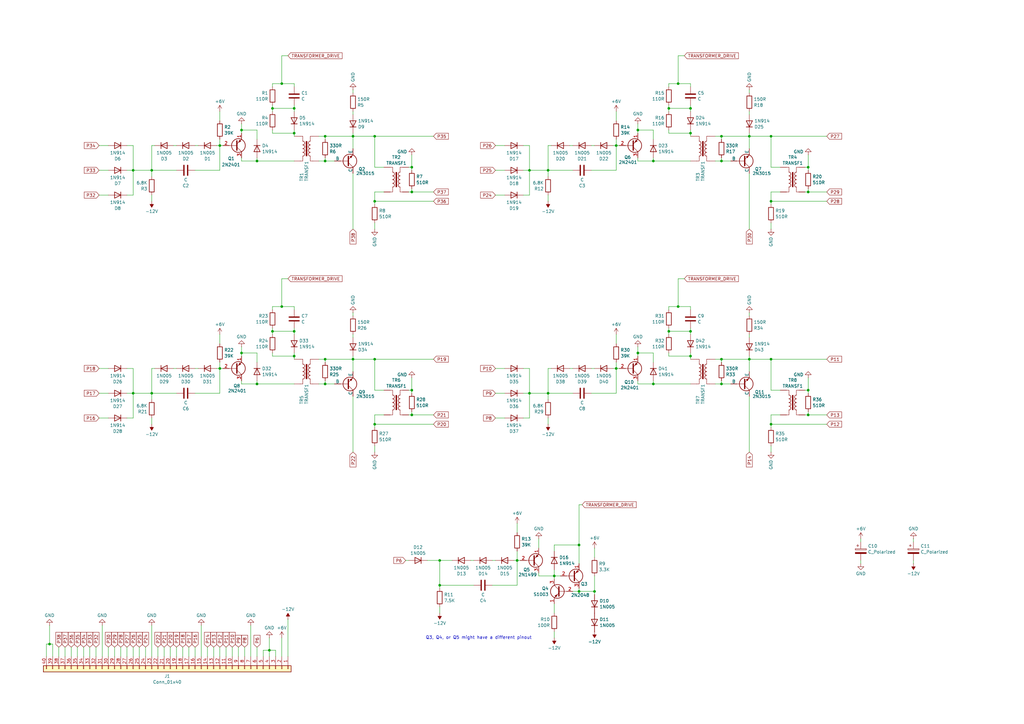
<source format=kicad_sch>
(kicad_sch (version 20250114) (generator "eeschema") (generator_version "9.0")
  (paper "A3")
  (title_block (title "Data 620 - DZ44 Card") (rev "1"))
  (text "Q3, Q4, or Q5 might have a different pinout" (at 196.342 261.62 0) (effects (font (size 1.27 1.27))))
  (junction (at 283.21 135.89))
  (junction (at 144.78 147.32))
  (junction (at 224.79 69.85))
  (junction (at 180.34 240.03))
  (junction (at 307.34 55.88))
  (junction (at 278.13 34.29))
  (junction (at 168.91 170.18))
  (junction (at 62.23 161.29))
  (junction (at 115.57 125.73))
  (junction (at 120.65 146.05))
  (junction (at 153.67 173.99))
  (junction (at 237.49 242.57))
  (junction (at 217.17 69.85))
  (junction (at 168.91 160.02))
  (junction (at 295.91 147.32))
  (junction (at 54.61 69.85))
  (junction (at 133.35 55.88))
  (junction (at 316.23 55.88))
  (junction (at 105.41 66.04))
  (junction (at 237.49 223.52))
  (junction (at 99.06 144.78))
  (junction (at 120.65 44.45))
  (junction (at 278.13 125.73))
  (junction (at 111.76 44.45))
  (junction (at 120.65 135.89))
  (junction (at 227.33 236.22))
  (junction (at 133.35 66.04))
  (junction (at 295.91 157.48))
  (junction (at 261.62 53.34))
  (junction (at 105.41 157.48))
  (junction (at 99.06 53.34))
  (junction (at 261.62 144.78))
  (junction (at 252.73 151.13))
  (junction (at 111.76 135.89))
  (junction (at 243.84 242.57))
  (junction (at 316.23 82.55))
  (junction (at 153.67 55.88))
  (junction (at 307.34 147.32))
  (junction (at 295.91 55.88))
  (junction (at 120.65 54.61))
  (junction (at 153.67 147.32))
  (junction (at 252.73 59.69))
  (junction (at 110.49 266.7))
  (junction (at 62.23 69.85))
  (junction (at 168.91 68.58))
  (junction (at 316.23 147.32))
  (junction (at 283.21 44.45))
  (junction (at 316.23 173.99))
  (junction (at 20.32 264.16))
  (junction (at 274.32 135.89))
  (junction (at 331.47 68.58))
  (junction (at 115.57 34.29))
  (junction (at 168.91 78.74))
  (junction (at 267.97 66.04))
  (junction (at 90.17 59.69))
  (junction (at 331.47 160.02))
  (junction (at 274.32 44.45))
  (junction (at 144.78 55.88))
  (junction (at 133.35 157.48))
  (junction (at 217.17 161.29))
  (junction (at 331.47 170.18))
  (junction (at 331.47 78.74))
  (junction (at 90.17 151.13))
  (junction (at 224.79 161.29))
  (junction (at 212.09 229.87))
  (junction (at 283.21 54.61))
  (junction (at 295.91 66.04))
  (junction (at 54.61 161.29))
  (junction (at 133.35 147.32))
  (junction (at 283.21 146.05))
  (junction (at 267.97 157.48))
  (junction (at 180.34 229.87))
  (junction (at 153.67 82.55))
  (wire (pts (xy 168.91 160.02) (xy 167.64 160.02)))
  (wire (pts (xy 77.47 265.43) (xy 77.47 269.24)))
  (wire (pts (xy 52.07 265.43) (xy 52.07 269.24)))
  (wire (pts (xy 210.82 229.87) (xy 212.09 229.87)))
  (wire (pts (xy 274.32 43.18) (xy 274.32 44.45)))
  (wire (pts (xy 90.17 137.16) (xy 90.17 140.97)))
  (wire (pts (xy 111.76 44.45) (xy 120.65 44.45)))
  (wire (pts (xy 46.99 265.43) (xy 46.99 269.24)))
  (wire (pts (xy 274.32 34.29) (xy 274.32 35.56)))
  (wire (pts (xy 168.91 68.58) (xy 167.64 68.58)))
  (wire (pts (xy 167.64 78.74) (xy 168.91 78.74)))
  (wire (pts (xy 72.39 151.13) (xy 71.12 151.13)))
  (wire (pts (xy 54.61 69.85) (xy 52.07 69.85)))
  (wire (pts (xy 238.76 207.01) (xy 237.49 207.01)))
  (wire (pts (xy 115.57 125.73) (xy 120.65 125.73)))
  (wire (pts (xy 81.28 151.13) (xy 80.01 151.13)))
  (wire (pts (xy 144.78 46.99) (xy 144.78 45.72)))
  (wire (pts (xy 24.13 265.43) (xy 24.13 269.24)))
  (wire (pts (xy 80.01 265.43) (xy 80.01 269.24)))
  (wire (pts (xy 115.57 114.3) (xy 115.57 125.73)))
  (wire (pts (xy 227.33 261.62) (xy 227.33 259.08)))
  (wire (pts (xy 111.76 43.18) (xy 111.76 44.45)))
  (wire (pts (xy 52.07 59.69) (xy 54.61 59.69)))
  (wire (pts (xy 168.91 160.02) (xy 168.91 161.29)))
  (wire (pts (xy 111.76 125.73) (xy 115.57 125.73)))
  (wire (pts (xy 99.06 142.24) (xy 99.06 144.78)))
  (wire (pts (xy 274.32 125.73) (xy 274.32 127)))
  (wire (pts (xy 90.17 57.15) (xy 90.17 59.69)))
  (wire (pts (xy 203.2 151.13) (xy 207.01 151.13)))
  (wire (pts (xy 31.75 265.43) (xy 31.75 269.24)))
  (wire (pts (xy 133.35 147.32) (xy 144.78 147.32)))
  (wire (pts (xy 283.21 54.61) (xy 274.32 54.61)))
  (wire (pts (xy 283.21 135.89) (xy 283.21 137.16)))
  (wire (pts (xy 293.37 55.88) (xy 295.91 55.88)))
  (wire (pts (xy 105.41 66.04) (xy 120.65 66.04)))
  (wire (pts (xy 217.17 69.85) (xy 214.63 69.85)))
  (wire (pts (xy 157.48 160.02) (xy 153.67 160.02)))
  (wire (pts (xy 316.23 55.88) (xy 339.09 55.88)))
  (wire (pts (xy 252.73 59.69) (xy 254 59.69)))
  (wire (pts (xy 307.34 138.43) (xy 307.34 137.16)))
  (wire (pts (xy 144.78 36.83) (xy 144.78 38.1)))
  (wire (pts (xy 110.49 261.62) (xy 110.49 266.7)))
  (wire (pts (xy 293.37 147.32) (xy 295.91 147.32)))
  (wire (pts (xy 261.62 144.78) (xy 267.97 144.78)))
  (wire (pts (xy 120.65 147.32) (xy 120.65 146.05)))
  (wire (pts (xy 316.23 173.99) (xy 339.09 173.99)))
  (wire (pts (xy 133.35 157.48) (xy 133.35 156.21)))
  (wire (pts (xy 242.57 161.29) (xy 252.73 161.29)))
  (wire (pts (xy 234.95 161.29) (xy 224.79 161.29)))
  (wire (pts (xy 283.21 44.45) (xy 283.21 45.72)))
  (wire (pts (xy 267.97 144.78) (xy 267.97 148.59)))
  (wire (pts (xy 72.39 59.69) (xy 71.12 59.69)))
  (wire (pts (xy 167.64 170.18) (xy 168.91 170.18)))
  (wire (pts (xy 52.07 171.45) (xy 54.61 171.45)))
  (wire (pts (xy 267.97 53.34) (xy 267.97 57.15)))
  (wire (pts (xy 242.57 69.85) (xy 252.73 69.85)))
  (wire (pts (xy 224.79 69.85) (xy 217.17 69.85)))
  (wire (pts (xy 307.34 147.32) (xy 316.23 147.32)))
  (wire (pts (xy 80.01 69.85) (xy 90.17 69.85)))
  (wire (pts (xy 44.45 265.43) (xy 44.45 269.24)))
  (wire (pts (xy 52.07 151.13) (xy 54.61 151.13)))
  (wire (pts (xy 283.21 53.34) (xy 283.21 54.61)))
  (wire (pts (xy 274.32 44.45) (xy 283.21 44.45)))
  (wire (pts (xy 280.67 114.3) (xy 278.13 114.3)))
  (wire (pts (xy 133.35 57.15) (xy 133.35 55.88)))
  (wire (pts (xy 20.32 256.54) (xy 20.32 264.16)))
  (wire (pts (xy 331.47 168.91) (xy 331.47 170.18)))
  (wire (pts (xy 267.97 66.04) (xy 261.62 66.04)))
  (wire (pts (xy 168.91 154.94) (xy 168.91 160.02)))
  (wire (pts (xy 234.95 59.69) (xy 233.68 59.69)))
  (wire (pts (xy 99.06 50.8) (xy 99.06 53.34)))
  (wire (pts (xy 283.21 144.78) (xy 283.21 146.05)))
  (wire (pts (xy 62.23 82.55) (xy 62.23 80.01)))
  (wire (pts (xy 118.11 22.86) (xy 115.57 22.86)))
  (wire (pts (xy 105.41 156.21) (xy 105.41 157.48)))
  (wire (pts (xy 316.23 93.98) (xy 316.23 91.44)))
  (wire (pts (xy 316.23 173.99) (xy 316.23 175.26)))
  (wire (pts (xy 49.53 265.43) (xy 49.53 269.24)))
  (wire (pts (xy 105.41 144.78) (xy 105.41 148.59)))
  (wire (pts (xy 201.93 240.03) (xy 212.09 240.03)))
  (wire (pts (xy 237.49 241.3) (xy 237.49 242.57)))
  (wire (pts (xy 229.87 236.22) (xy 227.33 236.22)))
  (wire (pts (xy 74.93 265.43) (xy 74.93 269.24)))
  (wire (pts (xy 168.91 170.18) (xy 177.8 170.18)))
  (wire (pts (xy 99.06 54.61) (xy 99.06 53.34)))
  (wire (pts (xy 307.34 128.27) (xy 307.34 129.54)))
  (wire (pts (xy 34.29 265.43) (xy 34.29 269.24)))
  (wire (pts (xy 120.65 43.18) (xy 120.65 44.45)))
  (wire (pts (xy 105.41 157.48) (xy 99.06 157.48)))
  (wire (pts (xy 320.04 160.02) (xy 316.23 160.02)))
  (wire (pts (xy 90.17 151.13) (xy 91.44 151.13)))
  (wire (pts (xy 153.67 68.58) (xy 153.67 55.88)))
  (wire (pts (xy 144.78 128.27) (xy 144.78 129.54)))
  (wire (pts (xy 105.41 157.48) (xy 120.65 157.48)))
  (wire (pts (xy 280.67 22.86) (xy 278.13 22.86)))
  (wire (pts (xy 36.83 265.43) (xy 36.83 269.24)))
  (wire (pts (xy 113.03 266.7) (xy 113.03 269.24)))
  (wire (pts (xy 274.32 134.62) (xy 274.32 135.89)))
  (wire (pts (xy 111.76 134.62) (xy 111.76 135.89)))
  (wire (pts (xy 153.67 160.02) (xy 153.67 147.32)))
  (wire (pts (xy 295.91 55.88) (xy 307.34 55.88)))
  (wire (pts (xy 295.91 157.48) (xy 293.37 157.48)))
  (wire (pts (xy 115.57 34.29) (xy 120.65 34.29)))
  (wire (pts (xy 224.79 82.55) (xy 224.79 80.01)))
  (wire (pts (xy 252.73 57.15) (xy 252.73 59.69)))
  (wire (pts (xy 59.69 265.43) (xy 59.69 269.24)))
  (wire (pts (xy 62.23 161.29) (xy 54.61 161.29)))
  (wire (pts (xy 261.62 54.61) (xy 261.62 53.34)))
  (wire (pts (xy 283.21 34.29) (xy 283.21 35.56)))
  (wire (pts (xy 274.32 34.29) (xy 278.13 34.29)))
  (wire (pts (xy 105.41 265.43) (xy 105.41 269.24)))
  (wire (pts (xy 85.09 265.43) (xy 85.09 269.24)))
  (wire (pts (xy 224.79 59.69) (xy 226.06 59.69)))
  (wire (pts (xy 224.79 151.13) (xy 224.79 161.29)))
  (wire (pts (xy 203.2 69.85) (xy 207.01 69.85)))
  (wire (pts (xy 224.79 72.39) (xy 224.79 69.85)))
  (wire (pts (xy 234.95 151.13) (xy 233.68 151.13)))
  (wire (pts (xy 212.09 214.63) (xy 212.09 218.44)))
  (wire (pts (xy 283.21 125.73) (xy 283.21 127)))
  (wire (pts (xy 307.34 146.05) (xy 307.34 147.32)))
  (wire (pts (xy 224.79 163.83) (xy 224.79 161.29)))
  (wire (pts (xy 234.95 242.57) (xy 237.49 242.57)))
  (wire (pts (xy 227.33 236.22) (xy 227.33 237.49)))
  (wire (pts (xy 251.46 151.13) (xy 252.73 151.13)))
  (wire (pts (xy 274.32 125.73) (xy 278.13 125.73)))
  (wire (pts (xy 120.65 53.34) (xy 120.65 54.61)))
  (wire (pts (xy 120.65 44.45) (xy 120.65 45.72)))
  (wire (pts (xy 40.64 80.01) (xy 44.45 80.01)))
  (wire (pts (xy 54.61 161.29) (xy 54.61 171.45)))
  (wire (pts (xy 224.79 59.69) (xy 224.79 69.85)))
  (wire (pts (xy 67.31 265.43) (xy 67.31 269.24)))
  (wire (pts (xy 95.25 265.43) (xy 95.25 269.24)))
  (wire (pts (xy 252.73 59.69) (xy 252.73 69.85)))
  (wire (pts (xy 168.91 78.74) (xy 177.8 78.74)))
  (wire (pts (xy 133.35 66.04) (xy 133.35 64.77)))
  (wire (pts (xy 87.63 265.43) (xy 87.63 269.24)))
  (wire (pts (xy 120.65 146.05) (xy 111.76 146.05)))
  (wire (pts (xy 144.78 55.88) (xy 153.67 55.88)))
  (wire (pts (xy 261.62 53.34) (xy 267.97 53.34)))
  (wire (pts (xy 105.41 64.77) (xy 105.41 66.04)))
  (wire (pts (xy 102.87 256.54) (xy 102.87 269.24)))
  (wire (pts (xy 353.06 220.98) (xy 353.06 222.25)))
  (wire (pts (xy 243.84 151.13) (xy 242.57 151.13)))
  (wire (pts (xy 278.13 125.73) (xy 283.21 125.73)))
  (wire (pts (xy 99.06 156.21) (xy 99.06 157.48)))
  (wire (pts (xy 120.65 34.29) (xy 120.65 35.56)))
  (wire (pts (xy 252.73 45.72) (xy 252.73 49.53)))
  (wire (pts (xy 295.91 66.04) (xy 295.91 64.77)))
  (wire (pts (xy 20.32 264.16) (xy 21.59 264.16)))
  (wire (pts (xy 118.11 114.3) (xy 115.57 114.3)))
  (wire (pts (xy 133.35 148.59) (xy 133.35 147.32)))
  (wire (pts (xy 26.67 265.43) (xy 26.67 269.24)))
  (wire (pts (xy 62.23 151.13) (xy 63.5 151.13)))
  (wire (pts (xy 295.91 148.59) (xy 295.91 147.32)))
  (wire (pts (xy 274.32 144.78) (xy 274.32 146.05)))
  (wire (pts (xy 133.35 157.48) (xy 130.81 157.48)))
  (wire (pts (xy 137.16 66.04) (xy 133.35 66.04)))
  (wire (pts (xy 115.57 22.86) (xy 115.57 34.29)))
  (wire (pts (xy 252.73 151.13) (xy 252.73 161.29)))
  (wire (pts (xy 224.79 161.29) (xy 217.17 161.29)))
  (wire (pts (xy 299.72 157.48) (xy 295.91 157.48)))
  (wire (pts (xy 237.49 242.57) (xy 243.84 242.57)))
  (wire (pts (xy 331.47 63.5) (xy 331.47 68.58)))
  (wire (pts (xy 72.39 161.29) (xy 62.23 161.29)))
  (wire (pts (xy 214.63 59.69) (xy 217.17 59.69)))
  (wire (pts (xy 214.63 171.45) (xy 217.17 171.45)))
  (wire (pts (xy 153.67 147.32) (xy 177.8 147.32)))
  (wire (pts (xy 331.47 160.02) (xy 331.47 161.29)))
  (wire (pts (xy 120.65 125.73) (xy 120.65 127)))
  (wire (pts (xy 99.06 144.78) (xy 105.41 144.78)))
  (wire (pts (xy 100.33 265.43) (xy 100.33 269.24)))
  (wire (pts (xy 331.47 68.58) (xy 331.47 69.85)))
  (wire (pts (xy 274.32 53.34) (xy 274.32 54.61)))
  (wire (pts (xy 217.17 151.13) (xy 217.17 161.29)))
  (wire (pts (xy 374.65 220.98) (xy 374.65 222.25)))
  (wire (pts (xy 40.64 161.29) (xy 44.45 161.29)))
  (wire (pts (xy 90.17 59.69) (xy 90.17 69.85)))
  (wire (pts (xy 283.21 147.32) (xy 283.21 146.05)))
  (wire (pts (xy 29.21 265.43) (xy 29.21 269.24)))
  (wire (pts (xy 295.91 57.15) (xy 295.91 55.88)))
  (wire (pts (xy 331.47 77.47) (xy 331.47 78.74)))
  (wire (pts (xy 307.34 185.42) (xy 307.34 162.56)))
  (wire (pts (xy 157.48 170.18) (xy 153.67 170.18)))
  (wire (pts (xy 283.21 55.88) (xy 283.21 54.61)))
  (wire (pts (xy 21.59 264.16) (xy 21.59 269.24)))
  (wire (pts (xy 168.91 68.58) (xy 168.91 69.85)))
  (wire (pts (xy 203.2 59.69) (xy 207.01 59.69)))
  (wire (pts (xy 251.46 59.69) (xy 252.73 59.69)))
  (wire (pts (xy 316.23 78.74) (xy 316.23 82.55)))
  (wire (pts (xy 227.33 223.52) (xy 237.49 223.52)))
  (wire (pts (xy 316.23 147.32) (xy 339.09 147.32)))
  (wire (pts (xy 99.06 64.77) (xy 99.06 66.04)))
  (wire (pts (xy 153.67 93.98) (xy 153.67 91.44)))
  (wire (pts (xy 320.04 170.18) (xy 316.23 170.18)))
  (wire (pts (xy 111.76 135.89) (xy 120.65 135.89)))
  (wire (pts (xy 227.33 233.68) (xy 227.33 236.22)))
  (wire (pts (xy 133.35 55.88) (xy 144.78 55.88)))
  (wire (pts (xy 267.97 157.48) (xy 261.62 157.48)))
  (wire (pts (xy 374.65 231.14) (xy 374.65 229.87)))
  (wire (pts (xy 237.49 231.14) (xy 237.49 223.52)))
  (wire (pts (xy 62.23 59.69) (xy 63.5 59.69)))
  (wire (pts (xy 243.84 236.22) (xy 243.84 242.57)))
  (wire (pts (xy 144.78 93.98) (xy 144.78 71.12)))
  (wire (pts (xy 19.05 269.24) (xy 19.05 264.16)))
  (wire (pts (xy 203.2 229.87) (xy 201.93 229.87)))
  (wire (pts (xy 307.34 93.98) (xy 307.34 71.12)))
  (wire (pts (xy 330.2 78.74) (xy 331.47 78.74)))
  (wire (pts (xy 130.81 55.88) (xy 133.35 55.88)))
  (wire (pts (xy 137.16 157.48) (xy 133.35 157.48)))
  (wire (pts (xy 267.97 157.48) (xy 283.21 157.48)))
  (wire (pts (xy 111.76 34.29) (xy 115.57 34.29)))
  (wire (pts (xy 133.35 66.04) (xy 130.81 66.04)))
  (wire (pts (xy 194.31 240.03) (xy 180.34 240.03)))
  (wire (pts (xy 69.85 265.43) (xy 69.85 269.24)))
  (wire (pts (xy 107.95 269.24) (xy 107.95 266.7)))
  (wire (pts (xy 153.67 170.18) (xy 153.67 173.99)))
  (wire (pts (xy 316.23 185.42) (xy 316.23 182.88)))
  (wire (pts (xy 331.47 160.02) (xy 330.2 160.02)))
  (wire (pts (xy 40.64 151.13) (xy 44.45 151.13)))
  (wire (pts (xy 110.49 266.7) (xy 113.03 266.7)))
  (wire (pts (xy 62.23 256.54) (xy 62.23 269.24)))
  (wire (pts (xy 212.09 226.06) (xy 212.09 229.87)))
  (wire (pts (xy 217.17 59.69) (xy 217.17 69.85)))
  (wire (pts (xy 54.61 59.69) (xy 54.61 69.85)))
  (wire (pts (xy 144.78 138.43) (xy 144.78 137.16)))
  (wire (pts (xy 118.11 254) (xy 118.11 269.24)))
  (wire (pts (xy 62.23 59.69) (xy 62.23 69.85)))
  (wire (pts (xy 180.34 240.03) (xy 180.34 241.3)))
  (wire (pts (xy 144.78 185.42) (xy 144.78 162.56)))
  (wire (pts (xy 295.91 157.48) (xy 295.91 156.21)))
  (wire (pts (xy 166.37 229.87) (xy 167.64 229.87)))
  (wire (pts (xy 237.49 207.01) (xy 237.49 223.52)))
  (wire (pts (xy 295.91 147.32) (xy 307.34 147.32)))
  (wire (pts (xy 57.15 265.43) (xy 57.15 269.24)))
  (wire (pts (xy 180.34 240.03) (xy 180.34 229.87)))
  (wire (pts (xy 212.09 229.87) (xy 212.09 240.03)))
  (wire (pts (xy 331.47 170.18) (xy 339.09 170.18)))
  (wire (pts (xy 82.55 256.54) (xy 82.55 269.24)))
  (wire (pts (xy 283.21 134.62) (xy 283.21 135.89)))
  (wire (pts (xy 111.76 125.73) (xy 111.76 127)))
  (wire (pts (xy 307.34 46.99) (xy 307.34 45.72)))
  (wire (pts (xy 157.48 78.74) (xy 153.67 78.74)))
  (wire (pts (xy 261.62 64.77) (xy 261.62 66.04)))
  (wire (pts (xy 54.61 69.85) (xy 54.61 80.01)))
  (wire (pts (xy 110.49 266.7) (xy 110.49 269.24)))
  (wire (pts (xy 120.65 55.88) (xy 120.65 54.61)))
  (wire (pts (xy 92.71 265.43) (xy 92.71 269.24)))
  (wire (pts (xy 107.95 266.7) (xy 110.49 266.7)))
  (wire (pts (xy 111.76 144.78) (xy 111.76 146.05)))
  (wire (pts (xy 120.65 54.61) (xy 111.76 54.61)))
  (wire (pts (xy 316.23 68.58) (xy 316.23 55.88)))
  (wire (pts (xy 274.32 44.45) (xy 274.32 45.72)))
  (wire (pts (xy 261.62 142.24) (xy 261.62 144.78)))
  (wire (pts (xy 194.31 229.87) (xy 193.04 229.87)))
  (wire (pts (xy 217.17 161.29) (xy 214.63 161.29)))
  (wire (pts (xy 168.91 77.47) (xy 168.91 78.74)))
  (wire (pts (xy 353.06 231.14) (xy 353.06 229.87)))
  (wire (pts (xy 278.13 34.29) (xy 283.21 34.29)))
  (wire (pts (xy 234.95 69.85) (xy 224.79 69.85)))
  (wire (pts (xy 283.21 43.18) (xy 283.21 44.45)))
  (wire (pts (xy 130.81 147.32) (xy 133.35 147.32)))
  (wire (pts (xy 274.32 135.89) (xy 274.32 137.16)))
  (wire (pts (xy 153.67 82.55) (xy 177.8 82.55)))
  (wire (pts (xy 307.34 54.61) (xy 307.34 55.88)))
  (wire (pts (xy 90.17 148.59) (xy 90.17 151.13)))
  (wire (pts (xy 90.17 45.72) (xy 90.17 49.53)))
  (wire (pts (xy 214.63 151.13) (xy 217.17 151.13)))
  (wire (pts (xy 153.67 82.55) (xy 153.67 83.82)))
  (wire (pts (xy 252.73 151.13) (xy 254 151.13)))
  (wire (pts (xy 316.23 170.18) (xy 316.23 173.99)))
  (wire (pts (xy 41.91 256.54) (xy 41.91 269.24)))
  (wire (pts (xy 175.26 229.87) (xy 180.34 229.87)))
  (wire (pts (xy 62.23 69.85) (xy 54.61 69.85)))
  (wire (pts (xy 111.76 34.29) (xy 111.76 35.56)))
  (wire (pts (xy 307.34 36.83) (xy 307.34 38.1)))
  (wire (pts (xy 267.97 66.04) (xy 283.21 66.04)))
  (wire (pts (xy 316.23 160.02) (xy 316.23 147.32)))
  (wire (pts (xy 261.62 50.8) (xy 261.62 53.34)))
  (wire (pts (xy 316.23 82.55) (xy 316.23 83.82)))
  (wire (pts (xy 299.72 66.04) (xy 295.91 66.04)))
  (wire (pts (xy 252.73 148.59) (xy 252.73 151.13)))
  (wire (pts (xy 224.79 173.99) (xy 224.79 171.45)))
  (wire (pts (xy 331.47 68.58) (xy 330.2 68.58)))
  (wire (pts (xy 62.23 163.83) (xy 62.23 161.29)))
  (wire (pts (xy 64.77 265.43) (xy 64.77 269.24)))
  (wire (pts (xy 214.63 80.01) (xy 217.17 80.01)))
  (wire (pts (xy 54.61 161.29) (xy 52.07 161.29)))
  (wire (pts (xy 90.17 59.69) (xy 91.44 59.69)))
  (wire (pts (xy 203.2 171.45) (xy 207.01 171.45)))
  (wire (pts (xy 307.34 55.88) (xy 316.23 55.88)))
  (wire (pts (xy 19.05 264.16) (xy 20.32 264.16)))
  (wire (pts (xy 331.47 154.94) (xy 331.47 160.02)))
  (wire (pts (xy 62.23 173.99) (xy 62.23 171.45)))
  (wire (pts (xy 144.78 147.32) (xy 153.67 147.32)))
  (wire (pts (xy 203.2 80.01) (xy 207.01 80.01)))
  (wire (pts (xy 144.78 54.61) (xy 144.78 55.88)))
  (wire (pts (xy 180.34 251.46) (xy 180.34 248.92)))
  (wire (pts (xy 261.62 156.21) (xy 261.62 157.48)))
  (wire (pts (xy 316.23 82.55) (xy 339.09 82.55)))
  (wire (pts (xy 227.33 226.06) (xy 227.33 223.52)))
  (wire (pts (xy 295.91 66.04) (xy 293.37 66.04)))
  (wire (pts (xy 227.33 251.46) (xy 227.33 247.65)))
  (wire (pts (xy 90.17 265.43) (xy 90.17 269.24)))
  (wire (pts (xy 331.47 78.74) (xy 339.09 78.74)))
  (wire (pts (xy 97.79 265.43) (xy 97.79 269.24)))
  (wire (pts (xy 54.61 151.13) (xy 54.61 161.29)))
  (wire (pts (xy 157.48 68.58) (xy 153.67 68.58)))
  (wire (pts (xy 90.17 151.13) (xy 90.17 161.29)))
  (wire (pts (xy 72.39 69.85) (xy 62.23 69.85)))
  (wire (pts (xy 252.73 137.16) (xy 252.73 140.97)))
  (wire (pts (xy 144.78 60.96) (xy 144.78 55.88)))
  (wire (pts (xy 153.67 173.99) (xy 153.67 175.26)))
  (wire (pts (xy 261.62 146.05) (xy 261.62 144.78)))
  (wire (pts (xy 120.65 134.62) (xy 120.65 135.89)))
  (wire (pts (xy 203.2 161.29) (xy 207.01 161.29)))
  (wire (pts (xy 111.76 53.34) (xy 111.76 54.61)))
  (wire (pts (xy 220.98 220.98) (xy 220.98 224.79)))
  (wire (pts (xy 320.04 78.74) (xy 316.23 78.74)))
  (wire (pts (xy 72.39 265.43) (xy 72.39 269.24)))
  (wire (pts (xy 243.84 242.57) (xy 243.84 243.84)))
  (wire (pts (xy 54.61 265.43) (xy 54.61 269.24)))
  (wire (pts (xy 212.09 229.87) (xy 213.36 229.87)))
  (wire (pts (xy 330.2 170.18) (xy 331.47 170.18)))
  (wire (pts (xy 99.06 146.05) (xy 99.06 144.78)))
  (wire (pts (xy 278.13 22.86) (xy 278.13 34.29)))
  (wire (pts (xy 274.32 135.89) (xy 283.21 135.89)))
  (wire (pts (xy 144.78 146.05) (xy 144.78 147.32)))
  (wire (pts (xy 217.17 161.29) (xy 217.17 171.45)))
  (wire (pts (xy 81.28 59.69) (xy 80.01 59.69)))
  (wire (pts (xy 105.41 66.04) (xy 99.06 66.04)))
  (wire (pts (xy 62.23 72.39) (xy 62.23 69.85)))
  (wire (pts (xy 62.23 151.13) (xy 62.23 161.29)))
  (wire (pts (xy 278.13 114.3) (xy 278.13 125.73)))
  (wire (pts (xy 52.07 80.01) (xy 54.61 80.01)))
  (wire (pts (xy 307.34 152.4) (xy 307.34 147.32)))
  (wire (pts (xy 111.76 44.45) (xy 111.76 45.72)))
  (wire (pts (xy 283.21 146.05) (xy 274.32 146.05)))
  (wire (pts (xy 267.97 64.77) (xy 267.97 66.04)))
  (wire (pts (xy 88.9 59.69) (xy 90.17 59.69)))
  (wire (pts (xy 111.76 135.89) (xy 111.76 137.16)))
  (wire (pts (xy 220.98 236.22) (xy 227.33 236.22)))
  (wire (pts (xy 40.64 59.69) (xy 44.45 59.69)))
  (wire (pts (xy 168.91 63.5) (xy 168.91 68.58)))
  (wire (pts (xy 40.64 69.85) (xy 44.45 69.85)))
  (wire (pts (xy 217.17 69.85) (xy 217.17 80.01)))
  (wire (pts (xy 307.34 60.96) (xy 307.34 55.88)))
  (wire (pts (xy 88.9 151.13) (xy 90.17 151.13)))
  (wire (pts (xy 243.84 59.69) (xy 242.57 59.69)))
  (wire (pts (xy 39.37 265.43) (xy 39.37 269.24)))
  (wire (pts (xy 80.01 161.29) (xy 90.17 161.29)))
  (wire (pts (xy 120.65 144.78) (xy 120.65 146.05)))
  (wire (pts (xy 220.98 234.95) (xy 220.98 236.22)))
  (wire (pts (xy 99.06 53.34) (xy 105.41 53.34)))
  (wire (pts (xy 115.57 261.62) (xy 115.57 269.24)))
  (wire (pts (xy 168.91 168.91) (xy 168.91 170.18)))
  (wire (pts (xy 320.04 68.58) (xy 316.23 68.58)))
  (wire (pts (xy 40.64 171.45) (xy 44.45 171.45)))
  (wire (pts (xy 180.34 229.87) (xy 185.42 229.87)))
  (wire (pts (xy 144.78 152.4) (xy 144.78 147.32)))
  (wire (pts (xy 224.79 151.13) (xy 226.06 151.13)))
  (wire (pts (xy 105.41 53.34) (xy 105.41 57.15)))
  (wire (pts (xy 153.67 55.88) (xy 177.8 55.88)))
  (wire (pts (xy 153.67 78.74) (xy 153.67 82.55)))
  (wire (pts (xy 153.67 173.99) (xy 177.8 173.99)))
  (wire (pts (xy 153.67 185.42) (xy 153.67 182.88)))
  (wire (pts (xy 243.84 224.79) (xy 243.84 228.6)))
  (wire (pts (xy 267.97 156.21) (xy 267.97 157.48)))
  (wire (pts (xy 120.65 135.89) (xy 120.65 137.16)))
  (global_label "P22" (shape input) (at 64.77 265.43 90) (property "Intersheetrefs" "${INTERSHEET_REFS}" (effects (hide yes))))
  (global_label "P35" (shape input) (at 31.75 265.43 90) (property "Intersheetrefs" "${INTERSHEET_REFS}" (effects (hide yes))))
  (global_label "P17" (shape input) (at 77.47 265.43 90) (property "Intersheetrefs" "${INTERSHEET_REFS}" (effects (hide yes))))
  (global_label "TRANSFORMER_DRIVE" (shape input) (at 118.11 22.86 0) (property "Intersheetrefs" "${INTERSHEET_REFS}" (effects (hide yes))))
  (global_label "P36" (shape input) (at 177.8 82.55 0) (property "Intersheetrefs" "${INTERSHEET_REFS}" (effects (hide yes))))
  (global_label "P17" (shape input) (at 40.64 161.29 180) (property "Intersheetrefs" "${INTERSHEET_REFS}" (effects (hide yes))))
  (global_label "TRANSFORMER_DRIVE" (shape input) (at 280.67 114.3 0) (property "Intersheetrefs" "${INTERSHEET_REFS}" (effects (hide yes))))
  (global_label "P34" (shape input) (at 34.29 265.43 90) (property "Intersheetrefs" "${INTERSHEET_REFS}" (effects (hide yes))))
  (global_label "TRANSFORMER_DRIVE" (shape input) (at 238.76 207.01 0) (property "Intersheetrefs" "${INTERSHEET_REFS}" (effects (hide yes))))
  (global_label "P36" (shape input) (at 29.21 265.43 90) (property "Intersheetrefs" "${INTERSHEET_REFS}" (effects (hide yes))))
  (global_label "P9" (shape input) (at 97.79 265.43 90) (property "Intersheetrefs" "${INTERSHEET_REFS}" (effects (hide yes))))
  (global_label "P27" (shape input) (at 339.09 55.88 0) (property "Intersheetrefs" "${INTERSHEET_REFS}" (effects (hide yes))))
  (global_label "P35" (shape input) (at 177.8 55.88 0) (property "Intersheetrefs" "${INTERSHEET_REFS}" (effects (hide yes))))
  (global_label "P8" (shape input) (at 100.33 265.43 90) (property "Intersheetrefs" "${INTERSHEET_REFS}" (effects (hide yes))))
  (global_label "P27" (shape input) (at 52.07 265.43 90) (property "Intersheetrefs" "${INTERSHEET_REFS}" (effects (hide yes))))
  (global_label "P13" (shape input) (at 87.63 265.43 90) (property "Intersheetrefs" "${INTERSHEET_REFS}" (effects (hide yes))))
  (global_label "P38" (shape input) (at 144.78 93.98 270) (property "Intersheetrefs" "${INTERSHEET_REFS}" (effects (hide yes))))
  (global_label "P11" (shape input) (at 92.71 265.43 90) (property "Intersheetrefs" "${INTERSHEET_REFS}" (effects (hide yes))))
  (global_label "P10" (shape input) (at 95.25 265.43 90) (property "Intersheetrefs" "${INTERSHEET_REFS}" (effects (hide yes))))
  (global_label "P19" (shape input) (at 72.39 265.43 90) (property "Intersheetrefs" "${INTERSHEET_REFS}" (effects (hide yes))))
  (global_label "P9" (shape input) (at 203.2 161.29 180) (property "Intersheetrefs" "${INTERSHEET_REFS}" (effects (hide yes))))
  (global_label "P14" (shape input) (at 85.09 265.43 90) (property "Intersheetrefs" "${INTERSHEET_REFS}" (effects (hide yes))))
  (global_label "TRANSFORMER_DRIVE" (shape input) (at 118.11 114.3 0) (property "Intersheetrefs" "${INTERSHEET_REFS}" (effects (hide yes))))
  (global_label "P24" (shape input) (at 59.69 265.43 90) (property "Intersheetrefs" "${INTERSHEET_REFS}" (effects (hide yes))))
  (global_label "P18" (shape input) (at 74.93 265.43 90) (property "Intersheetrefs" "${INTERSHEET_REFS}" (effects (hide yes))))
  (global_label "P28" (shape input) (at 49.53 265.43 90) (property "Intersheetrefs" "${INTERSHEET_REFS}" (effects (hide yes))))
  (global_label "P32" (shape input) (at 39.37 265.43 90) (property "Intersheetrefs" "${INTERSHEET_REFS}" (effects (hide yes))))
  (global_label "P26" (shape input) (at 203.2 59.69 180) (property "Intersheetrefs" "${INTERSHEET_REFS}" (effects (hide yes))))
  (global_label "P29" (shape input) (at 339.09 78.74 0) (property "Intersheetrefs" "${INTERSHEET_REFS}" (effects (hide yes))))
  (global_label "P22" (shape input) (at 144.78 185.42 270) (property "Intersheetrefs" "${INTERSHEET_REFS}" (effects (hide yes))))
  (global_label "P30" (shape input) (at 44.45 265.43 90) (property "Intersheetrefs" "${INTERSHEET_REFS}" (effects (hide yes))))
  (global_label "P28" (shape input) (at 339.09 82.55 0) (property "Intersheetrefs" "${INTERSHEET_REFS}" (effects (hide yes))))
  (global_label "P37" (shape input) (at 26.67 265.43 90) (property "Intersheetrefs" "${INTERSHEET_REFS}" (effects (hide yes))))
  (global_label "P11" (shape input) (at 339.09 147.32 0) (property "Intersheetrefs" "${INTERSHEET_REFS}" (effects (hide yes))))
  (global_label "P8" (shape input) (at 203.2 171.45 180) (property "Intersheetrefs" "${INTERSHEET_REFS}" (effects (hide yes))))
  (global_label "P21" (shape input) (at 67.31 265.43 90) (property "Intersheetrefs" "${INTERSHEET_REFS}" (effects (hide yes))))
  (global_label "TRANSFORMER_DRIVE" (shape input) (at 280.67 22.86 0) (property "Intersheetrefs" "${INTERSHEET_REFS}" (effects (hide yes))))
  (global_label "P26" (shape input) (at 54.61 265.43 90) (property "Intersheetrefs" "${INTERSHEET_REFS}" (effects (hide yes))))
  (global_label "P25" (shape input) (at 57.15 265.43 90) (property "Intersheetrefs" "${INTERSHEET_REFS}" (effects (hide yes))))
  (global_label "P30" (shape input) (at 307.34 93.98 270) (property "Intersheetrefs" "${INTERSHEET_REFS}" (effects (hide yes))))
  (global_label "P14" (shape input) (at 307.34 185.42 270) (property "Intersheetrefs" "${INTERSHEET_REFS}" (effects (hide yes))))
  (global_label "P12" (shape input) (at 90.17 265.43 90) (property "Intersheetrefs" "${INTERSHEET_REFS}" (effects (hide yes))))
  (global_label "P6" (shape input) (at 166.37 229.87 180) (property "Intersheetrefs" "${INTERSHEET_REFS}" (effects (hide yes))))
  (global_label "P10" (shape input) (at 203.2 151.13 180) (property "Intersheetrefs" "${INTERSHEET_REFS}" (effects (hide yes))))
  (global_label "P16" (shape input) (at 40.64 171.45 180) (property "Intersheetrefs" "${INTERSHEET_REFS}" (effects (hide yes))))
  (global_label "P20" (shape input) (at 69.85 265.43 90) (property "Intersheetrefs" "${INTERSHEET_REFS}" (effects (hide yes))))
  (global_label "P19" (shape input) (at 177.8 147.32 0) (property "Intersheetrefs" "${INTERSHEET_REFS}" (effects (hide yes))))
  (global_label "P16" (shape input) (at 80.01 265.43 90) (property "Intersheetrefs" "${INTERSHEET_REFS}" (effects (hide yes))))
  (global_label "P33" (shape input) (at 40.64 69.85 180) (property "Intersheetrefs" "${INTERSHEET_REFS}" (effects (hide yes))))
  (global_label "P38" (shape input) (at 24.13 265.43 90) (property "Intersheetrefs" "${INTERSHEET_REFS}" (effects (hide yes))))
  (global_label "P25" (shape input) (at 203.2 69.85 180) (property "Intersheetrefs" "${INTERSHEET_REFS}" (effects (hide yes))))
  (global_label "P12" (shape input) (at 339.09 173.99 0) (property "Intersheetrefs" "${INTERSHEET_REFS}" (effects (hide yes))))
  (global_label "P13" (shape input) (at 339.09 170.18 0) (property "Intersheetrefs" "${INTERSHEET_REFS}" (effects (hide yes))))
  (global_label "P37" (shape input) (at 177.8 78.74 0) (property "Intersheetrefs" "${INTERSHEET_REFS}" (effects (hide yes))))
  (global_label "P21" (shape input) (at 177.8 170.18 0) (property "Intersheetrefs" "${INTERSHEET_REFS}" (effects (hide yes))))
  (global_label "P29" (shape input) (at 46.99 265.43 90) (property "Intersheetrefs" "${INTERSHEET_REFS}" (effects (hide yes))))
  (global_label "P18" (shape input) (at 40.64 151.13 180) (property "Intersheetrefs" "${INTERSHEET_REFS}" (effects (hide yes))))
  (global_label "P6" (shape input) (at 105.41 265.43 90) (property "Intersheetrefs" "${INTERSHEET_REFS}" (effects (hide yes))))
  (global_label "P24" (shape input) (at 203.2 80.01 180) (property "Intersheetrefs" "${INTERSHEET_REFS}" (effects (hide yes))))
  (global_label "P20" (shape input) (at 177.8 173.99 0) (property "Intersheetrefs" "${INTERSHEET_REFS}" (effects (hide yes))))
  (global_label "P34" (shape input) (at 40.64 59.69 180) (property "Intersheetrefs" "${INTERSHEET_REFS}" (effects (hide yes))))
  (global_label "P33" (shape input) (at 36.83 265.43 90) (property "Intersheetrefs" "${INTERSHEET_REFS}" (effects (hide yes))))
  (global_label "P32" (shape input) (at 40.64 80.01 180) (property "Intersheetrefs" "${INTERSHEET_REFS}" (effects (hide yes))))
  (symbol (lib_id "Device:D") (at 238.76 59.69 0) (unit 1)
    (property "Reference" "D21" (at 238.76 65.1045 0))
    (property "Value" "1N005" (at 238.76 62.6802 0))
    (property "Footprint" "Diode_THT:D_DO-35_SOD27_P7.62mm_Horizontal" (effects (hide yes)))
    (property "Description" "Diode" (effects (hide yes)))
    (property "Sim.Device" "D" (effects (hide yes)))
    (property "Sim.Pins" "1=K 2=A" (effects (hide yes)))
  )
  (symbol (lib_id "Device:R") (at 168.91 73.66 0) (mirror y) (unit 1)
    (property "Reference" "R7" (at 170.688 72.4478 0) (effects (justify right)))
    (property "Value" "510R" (at 170.688 74.8721 0) (effects (justify right)))
    (property "Footprint" "Resistor_THT:R_Axial_DIN0207_L6.3mm_D2.5mm_P10.16mm_Horizontal" (effects (hide yes)))
    (property "Description" "Resistor" (effects (hide yes)))
  )
  (symbol (lib_id "Device:D") (at 67.31 151.13 0) (unit 1)
    (property "Reference" "D29" (at 67.31 156.5445 0))
    (property "Value" "1N005" (at 67.31 154.1202 0))
    (property "Footprint" "Diode_THT:D_DO-35_SOD27_P7.62mm_Horizontal" (effects (hide yes)))
    (property "Description" "Diode" (effects (hide yes)))
    (property "Sim.Device" "D" (effects (hide yes)))
    (property "Sim.Pins" "1=K 2=A" (effects (hide yes)))
  )
  (symbol (lib_id "Device:D") (at 207.01 229.87 0) (unit 1)
    (property "Reference" "D15" (at 207.01 235.2845 0))
    (property "Value" "1N005" (at 207.01 232.8602 0))
    (property "Footprint" "Diode_THT:D_DO-35_SOD27_P7.62mm_Horizontal" (effects (hide yes)))
    (property "Description" "Diode" (effects (hide yes)))
    (property "Sim.Device" "D" (effects (hide yes)))
    (property "Sim.Pins" "1=K 2=A" (effects (hide yes)))
  )
  (symbol (lib_id "Diode:1N914") (at 210.82 59.69 180) (unit 1)
    (property "Reference" "D17" (at 210.82 65.1045 0))
    (property "Value" "1N914" (at 210.82 62.6802 0))
    (property "Footprint" "Diode_THT:D_DO-35_SOD27_P7.62mm_Horizontal" (effects (hide yes)))
    (property "Datasheet" "http://www.vishay.com/docs/85622/1n914.pdf" (effects (hide yes)))
    (property "Description" "100V 0.3A Small Signal Fast Switching Diode, DO-35" (effects (hide yes)))
    (property "Sim.Device" "D" (effects (hide yes)))
    (property "Sim.Pins" "1=K 2=A" (effects (hide yes)))
  )
  (symbol (lib_id "power:GND") (at 261.62 50.8 180) (unit 1)
    (property "Reference" "#PWR021" (effects (hide yes)))
    (property "Value" "GND" (at 261.62 46.6669 0))
    (property "Description" "Power symbol creates a global label with name \"GND\" , ground" (effects (hide yes)))
  )
  (symbol (lib_id "Diode:1N914") (at 120.65 140.97 90) (unit 1)
    (property "Reference" "D33" (at 122.682 139.7578 90) (effects (justify right)))
    (property "Value" "1N914" (at 122.682 142.1821 90) (effects (justify right)))
    (property "Footprint" "Diode_THT:D_DO-35_SOD27_P7.62mm_Horizontal" (effects (hide yes)))
    (property "Datasheet" "http://www.vishay.com/docs/85622/1n914.pdf" (effects (hide yes)))
    (property "Description" "100V 0.3A Small Signal Fast Switching Diode, DO-35" (effects (hide yes)))
    (property "Sim.Device" "D" (effects (hide yes)))
    (property "Sim.Pins" "1=K 2=A" (effects (hide yes)))
  )
  (symbol (lib_id "Device:R") (at 274.32 140.97 0) (mirror y) (unit 1)
    (property "Reference" "R32" (at 272.542 139.7578 0) (effects (justify left)))
    (property "Value" "110R" (at 272.542 142.1821 0) (effects (justify left)))
    (property "Footprint" "Resistor_THT:R_Axial_DIN0309_L9.0mm_D3.2mm_P15.24mm_Horizontal" (effects (hide yes)))
    (property "Description" "Resistor" (effects (hide yes)))
  )
  (symbol (lib_id "Diode:1N914") (at 283.21 49.53 90) (unit 1)
    (property "Reference" "D24" (at 285.242 48.3178 90) (effects (justify right)))
    (property "Value" "1N914" (at 285.242 50.7421 90) (effects (justify right)))
    (property "Footprint" "Diode_THT:D_DO-35_SOD27_P7.62mm_Horizontal" (effects (hide yes)))
    (property "Datasheet" "http://www.vishay.com/docs/85622/1n914.pdf" (effects (hide yes)))
    (property "Description" "100V 0.3A Small Signal Fast Switching Diode, DO-35" (effects (hide yes)))
    (property "Sim.Device" "D" (effects (hide yes)))
    (property "Sim.Pins" "1=K 2=A" (effects (hide yes)))
  )
  (symbol (lib_id "Device:R") (at 62.23 167.64 180) (unit 1)
    (property "Reference" "R21" (at 60.452 168.8522 0) (effects (justify left)))
    (property "Value" "6.8K" (at 60.452 166.4279 0) (effects (justify left)))
    (property "Footprint" "Resistor_THT:R_Axial_DIN0309_L9.0mm_D3.2mm_P15.24mm_Horizontal" (effects (hide yes)))
    (property "Description" "Resistor" (effects (hide yes)))
  )
  (symbol (lib_id "power:GND") (at 353.06 231.14 0) (unit 1)
    (property "Reference" "#PWR043" (effects (hide yes)))
    (property "Value" "GND" (at 353.06 235.2731 0))
    (property "Description" "Power symbol creates a global label with name \"GND\" , ground" (effects (hide yes)))
  )
  (symbol (lib_id "power:GND") (at 153.67 185.42 0) (unit 1)
    (property "Reference" "#PWR030" (effects (hide yes)))
    (property "Value" "GND" (at 153.67 188.595 90) (effects (justify right)))
    (property "Description" "Power symbol creates a global label with name \"GND\" , ground" (effects (hide yes)))
  )
  (symbol (lib_id "Device:C_Polarized") (at 353.06 226.06 0) (unit 1)
    (property "Reference" "C10" (at 355.981 223.9588 0) (effects (justify left)))
    (property "Value" "C_Polarized" (at 355.981 226.3831 0) (effects (justify left)))
    (property "Footprint" "Capacitor_THT:CP_Axial_L11.0mm_D8.0mm_P15.00mm_Horizontal" (effects (hide yes)))
    (property "Description" "Polarized capacitor" (effects (hide yes)))
  )
  (symbol (lib_id "Device:R") (at 307.34 41.91 0) (mirror y) (unit 1)
    (property "Reference" "R18" (at 309.118 43.1222 0) (effects (justify right)))
    (property "Value" "150R" (at 309.118 40.6979 0) (effects (justify right)))
    (property "Footprint" "Resistor_THT:R_Axial_DIN0309_L9.0mm_D3.2mm_P15.24mm_Horizontal" (effects (hide yes)))
    (property "Description" "Resistor" (effects (hide yes)))
  )
  (symbol (lib_id "power:GND") (at 331.47 154.94 0) (mirror x) (unit 1)
    (property "Reference" "#PWR038" (effects (hide yes)))
    (property "Value" "GND" (at 329.5651 153.67 0) (effects (justify right)))
    (property "Description" "Power symbol creates a global label with name \"GND\" , ground" (effects (hide yes)))
  )
  (symbol (lib_id "Diode:1N914") (at 144.78 50.8 270) (mirror x) (unit 1)
    (property "Reference" "D9" (at 146.812 52.0122 90) (effects (justify left)))
    (property "Value" "1N914" (at 146.812 49.5879 90) (effects (justify left)))
    (property "Footprint" "Diode_THT:D_DO-35_SOD27_P7.62mm_Horizontal" (effects (hide yes)))
    (property "Datasheet" "http://www.vishay.com/docs/85622/1n914.pdf" (effects (hide yes)))
    (property "Description" "100V 0.3A Small Signal Fast Switching Diode, DO-35" (effects (hide yes)))
    (property "Sim.Device" "D" (effects (hide yes)))
    (property "Sim.Pins" "1=K 2=A" (effects (hide yes)))
  )
  (symbol (lib_id "Transformer:TRANSF1") (at 162.56 165.1 0) (mirror y) (unit 1)
    (property "Reference" "TR6" (at 162.56 155.9263 0))
    (property "Value" "TRANSF1" (at 162.56 158.3506 0))
    (property "Footprint" "Library:DZ44 Transformer" (effects (hide yes)))
  )
  (symbol (lib_id "Device:R") (at 295.91 60.96 0) (mirror y) (unit 1)
    (property "Reference" "R17" (at 297.688 62.1722 0) (effects (justify right)))
    (property "Value" "330R" (at 297.688 59.7479 0) (effects (justify right)))
    (property "Footprint" "Resistor_THT:R_Axial_DIN0309_L9.0mm_D3.2mm_P15.24mm_Horizontal" (effects (hide yes)))
    (property "Description" "Resistor" (effects (hide yes)))
  )
  (symbol (lib_id "power:GND") (at 82.55 256.54 180) (unit 1)
    (property "Reference" "#PWR041" (effects (hide yes)))
    (property "Value" "GND" (at 82.55 252.4069 0))
    (property "Description" "Power symbol creates a global label with name \"GND\" , ground" (effects (hide yes)))
  )
  (symbol (lib_id "Device:D") (at 229.87 59.69 0) (unit 1)
    (property "Reference" "D20" (at 229.87 65.1045 0))
    (property "Value" "1N005" (at 229.87 62.6802 0))
    (property "Footprint" "Diode_THT:D_DO-35_SOD27_P7.62mm_Horizontal" (effects (hide yes)))
    (property "Description" "Diode" (effects (hide yes)))
    (property "Sim.Device" "D" (effects (hide yes)))
    (property "Sim.Pins" "1=K 2=A" (effects (hide yes)))
  )
  (symbol (lib_id "Device:R") (at 168.91 165.1 0) (mirror y) (unit 1)
    (property "Reference" "R28" (at 170.688 163.8878 0) (effects (justify right)))
    (property "Value" "510R" (at 170.688 166.3121 0) (effects (justify right)))
    (property "Footprint" "Resistor_THT:R_Axial_DIN0207_L6.3mm_D2.5mm_P10.16mm_Horizontal" (effects (hide yes)))
    (property "Description" "Resistor" (effects (hide yes)))
  )
  (symbol (lib_id "Device:D") (at 198.12 229.87 0) (unit 1)
    (property "Reference" "D14" (at 198.12 235.2845 0))
    (property "Value" "1N005" (at 198.12 232.8602 0))
    (property "Footprint" "Diode_THT:D_DO-35_SOD27_P7.62mm_Horizontal" (effects (hide yes)))
    (property "Description" "Diode" (effects (hide yes)))
    (property "Sim.Device" "D" (effects (hide yes)))
    (property "Sim.Pins" "1=K 2=A" (effects (hide yes)))
  )
  (symbol (lib_id "Diode:1N914") (at 267.97 60.96 270) (unit 1)
    (property "Reference" "D23" (at 270.002 59.7478 90) (effects (justify left)))
    (property "Value" "1N914" (at 270.002 62.1721 90) (effects (justify left)))
    (property "Footprint" "Diode_THT:D_DO-35_SOD27_P7.62mm_Horizontal" (effects (hide yes)))
    (property "Datasheet" "http://www.vishay.com/docs/85622/1n914.pdf" (effects (hide yes)))
    (property "Description" "100V 0.3A Small Signal Fast Switching Diode, DO-35" (effects (hide yes)))
    (property "Sim.Device" "D" (effects (hide yes)))
    (property "Sim.Pins" "1=K 2=A" (effects (hide yes)))
  )
  (symbol (lib_id "power:-12V") (at 180.34 251.46 180) (unit 1)
    (property "Reference" "#PWR016" (effects (hide yes)))
    (property "Value" "-12V" (at 180.34 255.5931 0))
    (property "Description" "Power symbol creates a global label with name \"-12V\"" (effects (hide yes)))
  )
  (symbol (lib_id "Device:D") (at 229.87 151.13 0) (unit 1)
    (property "Reference" "D38" (at 229.87 156.5445 0))
    (property "Value" "1N005" (at 229.87 154.1202 0))
    (property "Footprint" "Diode_THT:D_DO-35_SOD27_P7.62mm_Horizontal" (effects (hide yes)))
    (property "Description" "Diode" (effects (hide yes)))
    (property "Sim.Device" "D" (effects (hide yes)))
    (property "Sim.Pins" "1=K 2=A" (effects (hide yes)))
  )
  (symbol (lib_id "Device:R") (at 224.79 76.2 180) (unit 1)
    (property "Reference" "R12" (at 223.012 77.4122 0) (effects (justify left)))
    (property "Value" "6.8K" (at 223.012 74.9879 0) (effects (justify left)))
    (property "Footprint" "Resistor_THT:R_Axial_DIN0309_L9.0mm_D3.2mm_P15.24mm_Horizontal" (effects (hide yes)))
    (property "Description" "Resistor" (effects (hide yes)))
  )
  (symbol (lib_id "power:GND") (at 307.34 36.83 0) (mirror x) (unit 1)
    (property "Reference" "#PWR022" (effects (hide yes)))
    (property "Value" "GND" (at 307.34 33.6551 90) (effects (justify right)))
    (property "Description" "Power symbol creates a global label with name \"GND\" , ground" (effects (hide yes)))
  )
  (symbol (lib_id "Device:R") (at 243.84 232.41 0) (mirror y) (unit 1)
    (property "Reference" "R9" (at 245.618 231.1978 0) (effects (justify right)))
    (property "Value" "3.3K" (at 245.618 233.6221 0) (effects (justify right)))
    (property "Footprint" "Resistor_THT:R_Axial_DIN0207_L6.3mm_D2.5mm_P10.16mm_Horizontal" (effects (hide yes)))
    (property "Description" "Resistor" (effects (hide yes)))
  )
  (symbol (lib_id "Device:R") (at 180.34 245.11 0) (unit 1)
    (property "Reference" "R11" (at 182.118 243.8978 0) (effects (justify left)))
    (property "Value" "7.5K" (at 182.118 246.3221 0) (effects (justify left)))
    (property "Footprint" "Resistor_THT:R_Axial_DIN0309_L9.0mm_D3.2mm_P15.24mm_Horizontal" (effects (hide yes)))
    (property "Description" "Resistor" (effects (hide yes)))
  )
  (symbol (lib_id "power:GND") (at 261.62 142.24 180) (unit 1)
    (property "Reference" "#PWR035" (effects (hide yes)))
    (property "Value" "GND" (at 261.62 138.1069 0))
    (property "Description" "Power symbol creates a global label with name \"GND\" , ground" (effects (hide yes)))
  )
  (symbol (lib_id "Simulation_SPICE:NPN") (at 142.24 157.48 0) (mirror x) (unit 1)
    (property "Reference" "Q9" (at 147.066 160.782 0) (effects (justify left)))
    (property "Value" "2N3015" (at 146.05 162.56 0) (effects (justify left)))
    (property "Datasheet" "https://ngspice.sourceforge.io/docs/ngspice-html-manual/manual.xhtml#cha_BJTs" (effects (hide yes)))
    (property "Description" "Bipolar transistor symbol for simulation only, substrate tied to the emitter" (effects (hide yes)))
    (property "Sim.Device" "NPN" (effects (hide yes)))
    (property "Sim.Type" "GUMMELPOON" (effects (hide yes)))
    (property "Sim.Pins" "1=C 2=B 3=E" (effects (hide yes)))
  )
  (symbol (lib_id "power:GND") (at 62.23 256.54 180) (unit 1)
    (property "Reference" "#PWR040" (effects (hide yes)))
    (property "Value" "GND" (at 62.23 252.4069 0))
    (property "Description" "Power symbol creates a global label with name \"GND\" , ground" (effects (hide yes)))
  )
  (symbol (lib_id "Transistor_BJT:Q_PNP_EBC") (at 96.52 151.13 0) (mirror x) (unit 1)
    (property "Reference" "Q8" (at 95.758 158.242 0) (effects (justify left)))
    (property "Value" "2N2401" (at 93.472 160.274 0) (effects (justify left)))
    (property "Footprint" "Package_TO_SOT_THT:TO-39-3" (effects (hide yes)))
    (property "Description" "PNP transistor, emitter/base/collector" (effects (hide yes)))
  )
  (symbol (lib_id "Transformer:TRANSF1") (at 288.29 152.4 180) (unit 1)
    (property "Reference" "TR7" (at 286.258 165.862 90) (effects (justify right)))
    (property "Value" "TRANSF1" (at 288.29 165.862 90) (effects (justify right)))
    (property "Footprint" "Library:DZ44 Transformer" (effects (hide yes)))
  )
  (symbol (lib_id "Diode:1N914") (at 48.26 171.45 180) (unit 1)
    (property "Reference" "D28" (at 48.26 176.8645 0))
    (property "Value" "1N914" (at 48.26 174.4402 0))
    (property "Footprint" "Diode_THT:D_DO-35_SOD27_P7.62mm_Horizontal" (effects (hide yes)))
    (property "Datasheet" "http://www.vishay.com/docs/85622/1n914.pdf" (effects (hide yes)))
    (property "Description" "100V 0.3A Small Signal Fast Switching Diode, DO-35" (effects (hide yes)))
    (property "Sim.Device" "D" (effects (hide yes)))
    (property "Sim.Pins" "1=K 2=A" (effects (hide yes)))
  )
  (symbol (lib_id "Device:D") (at 243.84 247.65 90) (unit 1)
    (property "Reference" "D10" (at 245.872 246.4378 90) (effects (justify right)))
    (property "Value" "1N005" (at 245.872 248.8621 90) (effects (justify right)))
    (property "Footprint" "Diode_THT:D_DO-35_SOD27_P7.62mm_Horizontal" (effects (hide yes)))
    (property "Description" "Diode" (effects (hide yes)))
    (property "Sim.Device" "D" (effects (hide yes)))
    (property "Sim.Pins" "1=K 2=A" (effects (hide yes)))
  )
  (symbol (lib_id "Device:C") (at 76.2 161.29 270) (mirror x) (unit 1)
    (property "Reference" "C6" (at 76.2 167.5935 90))
    (property "Value" "C" (at 76.2 165.1692 90))
    (property "Footprint" "Capacitor_THT:C_Rect_L7.0mm_W3.5mm_P5.00mm" (effects (hide yes)))
    (property "Description" "Unpolarized capacitor" (effects (hide yes)))
  )
  (symbol (lib_id "power:GND") (at 168.91 63.5 0) (mirror x) (unit 1)
    (property "Reference" "#PWR012" (effects (hide yes)))
    (property "Value" "GND" (at 167.0051 62.23 0) (effects (justify right)))
    (property "Description" "Power symbol creates a global label with name \"GND\" , ground" (effects (hide yes)))
  )
  (symbol (lib_id "Device:C") (at 76.2 69.85 270) (mirror x) (unit 1)
    (property "Reference" "C2" (at 76.2 76.1535 90))
    (property "Value" "C" (at 76.2 73.7292 90))
    (property "Footprint" "Capacitor_THT:C_Rect_L7.0mm_W3.5mm_P5.00mm" (effects (hide yes)))
    (property "Description" "Unpolarized capacitor" (effects (hide yes)))
  )
  (symbol (lib_id "Diode:1N914") (at 227.33 229.87 270) (unit 1)
    (property "Reference" "D16" (at 229.362 228.6578 90) (effects (justify left)))
    (property "Value" "1N914" (at 229.362 231.0821 90) (effects (justify left)))
    (property "Footprint" "Diode_THT:D_DO-35_SOD27_P7.62mm_Horizontal" (effects (hide yes)))
    (property "Datasheet" "http://www.vishay.com/docs/85622/1n914.pdf" (effects (hide yes)))
    (property "Description" "100V 0.3A Small Signal Fast Switching Diode, DO-35" (effects (hide yes)))
    (property "Sim.Device" "D" (effects (hide yes)))
    (property "Sim.Pins" "1=K 2=A" (effects (hide yes)))
  )
  (symbol (lib_id "power:-12V") (at 118.11 254 0) (unit 1)
    (property "Reference" "#PWR01" (effects (hide yes)))
    (property "Value" "-12V" (at 118.11 249.8669 0))
    (property "Description" "Power symbol creates a global label with name \"-12V\"" (effects (hide yes)))
  )
  (symbol (lib_id "Transformer:TRANSF1") (at 125.73 60.96 180) (unit 1)
    (property "Reference" "TR1" (at 123.698 74.422 90) (effects (justify right)))
    (property "Value" "TRANSF1" (at 125.73 74.422 90) (effects (justify right)))
    (property "Footprint" "Library:DZ44 Transformer" (effects (hide yes)))
  )
  (symbol (lib_id "Transistor_BJT:Q_PNP_EBC") (at 259.08 59.69 0) (mirror x) (unit 1)
    (property "Reference" "Q6" (at 256.032 64.516 0) (effects (justify left)))
    (property "Value" "2N2401" (at 253.746 66.548 0) (effects (justify left)))
    (property "Footprint" "Package_TO_SOT_THT:TO-39-3" (effects (hide yes)))
    (property "Description" "PNP transistor, emitter/base/collector" (effects (hide yes)))
  )
  (symbol (lib_id "Device:R") (at 133.35 60.96 0) (mirror y) (unit 1)
    (property "Reference" "R6" (at 135.128 62.1722 0) (effects (justify right)))
    (property "Value" "330R" (at 135.128 59.7479 0) (effects (justify right)))
    (property "Footprint" "Resistor_THT:R_Axial_DIN0309_L9.0mm_D3.2mm_P15.24mm_Horizontal" (effects (hide yes)))
    (property "Description" "Resistor" (effects (hide yes)))
  )
  (symbol (lib_id "Diode:1N914") (at 105.41 152.4 270) (unit 1)
    (property "Reference" "D32" (at 107.442 151.1878 90) (effects (justify left)))
    (property "Value" "1N914" (at 107.442 153.6121 90) (effects (justify left)))
    (property "Footprint" "Diode_THT:D_DO-35_SOD27_P7.62mm_Horizontal" (effects (hide yes)))
    (property "Datasheet" "http://www.vishay.com/docs/85622/1n914.pdf" (effects (hide yes)))
    (property "Description" "100V 0.3A Small Signal Fast Switching Diode, DO-35" (effects (hide yes)))
    (property "Sim.Device" "D" (effects (hide yes)))
    (property "Sim.Pins" "1=K 2=A" (effects (hide yes)))
  )
  (symbol (lib_id "Device:D") (at 85.09 151.13 0) (unit 1)
    (property "Reference" "D31" (at 85.09 156.5445 0))
    (property "Value" "1N005" (at 85.09 154.1202 0))
    (property "Footprint" "Diode_THT:D_DO-35_SOD27_P7.62mm_Horizontal" (effects (hide yes)))
    (property "Description" "Diode" (effects (hide yes)))
    (property "Sim.Device" "D" (effects (hide yes)))
    (property "Sim.Pins" "1=K 2=A" (effects (hide yes)))
  )
  (symbol (lib_id "Device:C_Polarized") (at 374.65 226.06 0) (unit 1)
    (property "Reference" "C11" (at 377.571 223.9588 0) (effects (justify left)))
    (property "Value" "C_Polarized" (at 377.571 226.3831 0) (effects (justify left)))
    (property "Footprint" "Capacitor_THT:CP_Axial_L11.0mm_D8.0mm_P15.00mm_Horizontal" (effects (hide yes)))
    (property "Description" "Polarized capacitor" (effects (hide yes)))
  )
  (symbol (lib_id "Diode:1N914") (at 48.26 59.69 180) (unit 1)
    (property "Reference" "D6" (at 48.26 65.1045 0))
    (property "Value" "1N914" (at 48.26 62.6802 0))
    (property "Footprint" "Diode_THT:D_DO-35_SOD27_P7.62mm_Horizontal" (effects (hide yes)))
    (property "Datasheet" "http://www.vishay.com/docs/85622/1n914.pdf" (effects (hide yes)))
    (property "Description" "100V 0.3A Small Signal Fast Switching Diode, DO-35" (effects (hide yes)))
    (property "Sim.Device" "D" (effects (hide yes)))
    (property "Sim.Pins" "1=K 2=A" (effects (hide yes)))
  )
  (symbol (lib_id "Device:R") (at 331.47 73.66 0) (mirror y) (unit 1)
    (property "Reference" "R20" (at 333.248 72.4478 0) (effects (justify right)))
    (property "Value" "510R" (at 333.248 74.8721 0) (effects (justify right)))
    (property "Footprint" "Resistor_THT:R_Axial_DIN0207_L6.3mm_D2.5mm_P10.16mm_Horizontal" (effects (hide yes)))
    (property "Description" "Resistor" (effects (hide yes)))
  )
  (symbol (lib_id "Device:C") (at 238.76 69.85 270) (mirror x) (unit 1)
    (property "Reference" "C3" (at 238.76 76.1535 90))
    (property "Value" "C" (at 238.76 73.7292 90))
    (property "Footprint" "Capacitor_THT:C_Rect_L7.0mm_W3.5mm_P5.00mm" (effects (hide yes)))
    (property "Description" "Unpolarized capacitor" (effects (hide yes)))
  )
  (symbol (lib_id "Device:D") (at 85.09 59.69 0) (unit 1)
    (property "Reference" "D1" (at 85.09 65.1045 0))
    (property "Value" "1N005" (at 85.09 62.6802 0))
    (property "Footprint" "Diode_THT:D_DO-35_SOD27_P7.62mm_Horizontal" (effects (hide yes)))
    (property "Description" "Diode" (effects (hide yes)))
    (property "Sim.Device" "D" (effects (hide yes)))
    (property "Sim.Pins" "1=K 2=A" (effects (hide yes)))
  )
  (symbol (lib_id "power:+6V") (at 252.73 45.72 0) (unit 1)
    (property "Reference" "#PWR020" (effects (hide yes)))
    (property "Value" "+6V" (at 252.73 41.5869 0))
    (property "Description" "Power symbol creates a global label with name \"+6V\"" (effects (hide yes)))
  )
  (symbol (lib_id "Diode:1N914") (at 267.97 152.4 270) (unit 1)
    (property "Reference" "D41" (at 270.002 151.1878 90) (effects (justify left)))
    (property "Value" "1N914" (at 270.002 153.6121 90) (effects (justify left)))
    (property "Footprint" "Diode_THT:D_DO-35_SOD27_P7.62mm_Horizontal" (effects (hide yes)))
    (property "Datasheet" "http://www.vishay.com/docs/85622/1n914.pdf" (effects (hide yes)))
    (property "Description" "100V 0.3A Small Signal Fast Switching Diode, DO-35" (effects (hide yes)))
    (property "Sim.Device" "D" (effects (hide yes)))
    (property "Sim.Pins" "1=K 2=A" (effects (hide yes)))
  )
  (symbol (lib_id "power:+6V") (at 243.84 224.79 0) (unit 1)
    (property "Reference" "#PWR013" (effects (hide yes)))
    (property "Value" "+6V" (at 243.84 220.6569 0))
    (property "Description" "Power symbol creates a global label with name \"+6V\"" (effects (hide yes)))
  )
  (symbol (lib_id "power:+6V") (at 353.06 220.98 0) (unit 1)
    (property "Reference" "#PWR044" (effects (hide yes)))
    (property "Value" "+6V" (at 353.06 216.8469 0))
    (property "Description" "Power symbol creates a global label with name \"+6V\"" (effects (hide yes)))
  )
  (symbol (lib_id "Diode:1N914") (at 105.41 60.96 270) (unit 1)
    (property "Reference" "D4" (at 107.442 59.7478 90) (effects (justify left)))
    (property "Value" "1N914" (at 107.442 62.1721 90) (effects (justify left)))
    (property "Footprint" "Diode_THT:D_DO-35_SOD27_P7.62mm_Horizontal" (effects (hide yes)))
    (property "Datasheet" "http://www.vishay.com/docs/85622/1n914.pdf" (effects (hide yes)))
    (property "Description" "100V 0.3A Small Signal Fast Switching Diode, DO-35" (effects (hide yes)))
    (property "Sim.Device" "D" (effects (hide yes)))
    (property "Sim.Pins" "1=K 2=A" (effects (hide yes)))
  )
  (symbol (lib_id "Transformer:TRANSF1") (at 162.56 73.66 0) (mirror y) (unit 1)
    (property "Reference" "TR2" (at 162.56 64.4863 0))
    (property "Value" "TRANSF1" (at 162.56 66.9106 0))
    (property "Footprint" "Library:DZ44 Transformer" (effects (hide yes)))
  )
  (symbol (lib_id "Transistor_BJT:Q_PNP_EBC") (at 229.87 242.57 0) (mirror y) (unit 1)
    (property "Reference" "Q4" (at 225.0186 241.3578 0) (effects (justify left)))
    (property "Value" "S1003" (at 225.0186 243.7821 0) (effects (justify left)))
    (property "Footprint" "Package_TO_SOT_THT:TO-39-3" (effects (hide yes)))
    (property "Description" "PNP transistor, emitter/base/collector" (effects (hide yes)))
  )
  (symbol (lib_id "Device:C") (at 283.21 39.37 0) (unit 1)
    (property "Reference" "C5" (at 286.131 38.1578 0) (effects (justify left)))
    (property "Value" "C" (at 286.131 40.5821 0) (effects (justify left)))
    (property "Footprint" "Capacitor_THT:C_Rect_L7.0mm_W3.5mm_P5.00mm" (effects (hide yes)))
    (property "Description" "Unpolarized capacitor" (effects (hide yes)))
  )
  (symbol (lib_id "power:-12V") (at 374.65 231.14 180) (unit 1)
    (property "Reference" "#PWR045" (effects (hide yes)))
    (property "Value" "-12V" (at 374.65 235.2731 0))
    (property "Description" "Power symbol creates a global label with name \"-12V\"" (effects (hide yes)))
  )
  (symbol (lib_id "Transistor_BJT:Q_PNP_EBC") (at 234.95 236.22 0) (mirror x) (unit 1)
    (property "Reference" "Q3" (at 238.252 239.522 0) (effects (justify left)))
    (property "Value" "2N2048" (at 234.188 244.094 0) (effects (justify left)))
    (property "Footprint" "Package_TO_SOT_THT:TO-39-3" (effects (hide yes)))
    (property "Description" "PNP transistor, emitter/base/collector" (effects (hide yes)))
  )
  (symbol (lib_id "power:+6V") (at 115.57 261.62 0) (unit 1)
    (property "Reference" "#PWR02" (effects (hide yes)))
    (property "Value" "+6V" (at 115.57 257.4869 0))
    (property "Description" "Power symbol creates a global label with name \"+6V\"" (effects (hide yes)))
  )
  (symbol (lib_id "Device:D") (at 238.76 151.13 0) (unit 1)
    (property "Reference" "D39" (at 238.76 156.5445 0))
    (property "Value" "1N005" (at 238.76 154.1202 0))
    (property "Footprint" "Diode_THT:D_DO-35_SOD27_P7.62mm_Horizontal" (effects (hide yes)))
    (property "Description" "Diode" (effects (hide yes)))
    (property "Sim.Device" "D" (effects (hide yes)))
    (property "Sim.Pins" "1=K 2=A" (effects (hide yes)))
  )
  (symbol (lib_id "Device:R") (at 307.34 133.35 0) (mirror y) (unit 1)
    (property "Reference" "R34" (at 309.118 134.5622 0) (effects (justify right)))
    (property "Value" "150R" (at 309.118 132.1379 0) (effects (justify right)))
    (property "Footprint" "Resistor_THT:R_Axial_DIN0309_L9.0mm_D3.2mm_P15.24mm_Horizontal" (effects (hide yes)))
    (property "Description" "Resistor" (effects (hide yes)))
  )
  (symbol (lib_id "Device:R") (at 111.76 130.81 0) (mirror y) (unit 1)
    (property "Reference" "R23" (at 109.982 129.5978 0) (effects (justify left)))
    (property "Value" "110R" (at 109.982 132.0221 0) (effects (justify left)))
    (property "Footprint" "Resistor_THT:R_Axial_DIN0309_L9.0mm_D3.2mm_P15.24mm_Horizontal" (effects (hide yes)))
    (property "Description" "Resistor" (effects (hide yes)))
  )
  (symbol (lib_id "Device:C") (at 120.65 130.81 0) (unit 1)
    (property "Reference" "C7" (at 123.571 129.5978 0) (effects (justify left)))
    (property "Value" "C" (at 123.571 132.0221 0) (effects (justify left)))
    (property "Footprint" "Capacitor_THT:C_Rect_L7.0mm_W3.5mm_P5.00mm" (effects (hide yes)))
    (property "Description" "Unpolarized capacitor" (effects (hide yes)))
  )
  (symbol (lib_id "Device:D") (at 243.84 255.27 90) (unit 1)
    (property "Reference" "D11" (at 245.872 254.0578 90) (effects (justify right)))
    (property "Value" "1N005" (at 245.872 256.4821 90) (effects (justify right)))
    (property "Footprint" "Diode_THT:D_DO-35_SOD27_P7.62mm_Horizontal" (effects (hide yes)))
    (property "Description" "Diode" (effects (hide yes)))
    (property "Sim.Device" "D" (effects (hide yes)))
    (property "Sim.Pins" "1=K 2=A" (effects (hide yes)))
  )
  (symbol (lib_id "Device:R") (at 295.91 152.4 0) (mirror y) (unit 1)
    (property "Reference" "R33" (at 297.688 153.6122 0) (effects (justify right)))
    (property "Value" "330R" (at 297.688 151.1879 0) (effects (justify right)))
    (property "Footprint" "Resistor_THT:R_Axial_DIN0309_L9.0mm_D3.2mm_P15.24mm_Horizontal" (effects (hide yes)))
    (property "Description" "Resistor" (effects (hide yes)))
  )
  (symbol (lib_id "Device:R") (at 153.67 87.63 0) (unit 1)
    (property "Reference" "R8" (at 155.448 86.4178 0) (effects (justify left)))
    (property "Value" "510R" (at 155.448 88.8421 0) (effects (justify left)))
    (property "Footprint" "Resistor_THT:R_Axial_DIN0207_L6.3mm_D2.5mm_P10.16mm_Horizontal" (effects (hide yes)))
    (property "Description" "Resistor" (effects (hide yes)))
  )
  (symbol (lib_id "Device:C") (at 198.12 240.03 270) (mirror x) (unit 1)
    (property "Reference" "C4" (at 198.12 246.3335 90))
    (property "Value" "C" (at 198.12 243.9092 90))
    (property "Footprint" "Capacitor_THT:C_Rect_L7.0mm_W3.5mm_P5.00mm" (effects (hide yes)))
    (property "Description" "Unpolarized capacitor" (effects (hide yes)))
  )
  (symbol (lib_id "power:GND") (at 331.47 63.5 0) (mirror x) (unit 1)
    (property "Reference" "#PWR024" (effects (hide yes)))
    (property "Value" "GND" (at 329.5651 62.23 0) (effects (justify right)))
    (property "Description" "Power symbol creates a global label with name \"GND\" , ground" (effects (hide yes)))
  )
  (symbol (lib_id "Device:R") (at 144.78 41.91 0) (mirror y) (unit 1)
    (property "Reference" "R5" (at 146.558 43.1222 0) (effects (justify right)))
    (property "Value" "150R" (at 146.558 40.6979 0) (effects (justify right)))
    (property "Footprint" "Resistor_THT:R_Axial_DIN0309_L9.0mm_D3.2mm_P15.24mm_Horizontal" (effects (hide yes)))
    (property "Description" "Resistor" (effects (hide yes)))
  )
  (symbol (lib_id "Device:D") (at 76.2 59.69 0) (unit 1)
    (property "Reference" "D2" (at 76.2 65.1045 0))
    (property "Value" "1N005" (at 76.2 62.6802 0))
    (property "Footprint" "Diode_THT:D_DO-35_SOD27_P7.62mm_Horizontal" (effects (hide yes)))
    (property "Description" "Diode" (effects (hide yes)))
    (property "Sim.Device" "D" (effects (hide yes)))
    (property "Sim.Pins" "1=K 2=A" (effects (hide yes)))
  )
  (symbol (lib_id "Device:C") (at 238.76 161.29 270) (mirror x) (unit 1)
    (property "Reference" "C8" (at 238.76 167.5935 90))
    (property "Value" "C" (at 238.76 165.1692 90))
    (property "Footprint" "Capacitor_THT:C_Rect_L7.0mm_W3.5mm_P5.00mm" (effects (hide yes)))
    (property "Description" "Unpolarized capacitor" (effects (hide yes)))
  )
  (symbol (lib_id "Device:R") (at 274.32 130.81 0) (mirror y) (unit 1)
    (property "Reference" "R31" (at 272.542 129.5978 0) (effects (justify left)))
    (property "Value" "110R" (at 272.542 132.0221 0) (effects (justify left)))
    (property "Footprint" "Resistor_THT:R_Axial_DIN0309_L9.0mm_D3.2mm_P15.24mm_Horizontal" (effects (hide yes)))
    (property "Description" "Resistor" (effects (hide yes)))
  )
  (symbol (lib_id "Device:D") (at 76.2 151.13 0) (unit 1)
    (property "Reference" "D30" (at 76.2 156.5445 0))
    (property "Value" "1N005" (at 76.2 154.1202 0))
    (property "Footprint" "Diode_THT:D_DO-35_SOD27_P7.62mm_Horizontal" (effects (hide yes)))
    (property "Description" "Diode" (effects (hide yes)))
    (property "Sim.Device" "D" (effects (hide yes)))
    (property "Sim.Pins" "1=K 2=A" (effects (hide yes)))
  )
  (symbol (lib_id "power:+6V") (at 90.17 45.72 0) (unit 1)
    (property "Reference" "#PWR06" (effects (hide yes)))
    (property "Value" "+6V" (at 90.17 41.5869 0))
    (property "Description" "Power symbol creates a global label with name \"+6V\"" (effects (hide yes)))
  )
  (symbol (lib_id "power:GND") (at 316.23 185.42 0) (unit 1)
    (property "Reference" "#PWR037" (effects (hide yes)))
    (property "Value" "GND" (at 316.23 188.595 90) (effects (justify right)))
    (property "Description" "Power symbol creates a global label with name \"GND\" , ground" (effects (hide yes)))
  )
  (symbol (lib_id "Diode:1N914") (at 210.82 171.45 180) (unit 1)
    (property "Reference" "D37" (at 210.82 176.8645 0))
    (property "Value" "1N914" (at 210.82 174.4402 0))
    (property "Footprint" "Diode_THT:D_DO-35_SOD27_P7.62mm_Horizontal" (effects (hide yes)))
    (property "Datasheet" "http://www.vishay.com/docs/85622/1n914.pdf" (effects (hide yes)))
    (property "Description" "100V 0.3A Small Signal Fast Switching Diode, DO-35" (effects (hide yes)))
    (property "Sim.Device" "D" (effects (hide yes)))
    (property "Sim.Pins" "1=K 2=A" (effects (hide yes)))
  )
  (symbol (lib_id "Device:R") (at 62.23 76.2 180) (unit 1)
    (property "Reference" "R3" (at 60.452 77.4122 0) (effects (justify left)))
    (property "Value" "6.8K" (at 60.452 74.9879 0) (effects (justify left)))
    (property "Footprint" "Resistor_THT:R_Axial_DIN0309_L9.0mm_D3.2mm_P15.24mm_Horizontal" (effects (hide yes)))
    (property "Description" "Resistor" (effects (hide yes)))
  )
  (symbol (lib_id "Connector_Generic:Conn_01x40") (at 69.85 274.32 270) (unit 1)
    (property "Reference" "J1" (at 68.58 277.3101 90))
    (property "Value" "Conn_01x40" (at 68.58 279.7344 90))
    (property "Footprint" "Connector_PinHeader_2.54mm:PinHeader_1x40_P2.54mm_Vertical" (effects (hide yes)))
    (property "Description" "Generic connector, single row, 01x40, script generated (kicad-library-utils/schlib/autogen/connector/)" (effects (hide yes)))
  )
  (symbol (lib_id "Simulation_SPICE:NPN") (at 142.24 66.04 0) (mirror x) (unit 1)
    (property "Reference" "Q2" (at 147.066 69.342 0) (effects (justify left)))
    (property "Value" "2N3015" (at 146.05 71.12 0) (effects (justify left)))
    (property "Datasheet" "https://ngspice.sourceforge.io/docs/ngspice-html-manual/manual.xhtml#cha_BJTs" (effects (hide yes)))
    (property "Description" "Bipolar transistor symbol for simulation only, substrate tied to the emitter" (effects (hide yes)))
    (property "Sim.Device" "NPN" (effects (hide yes)))
    (property "Sim.Type" "GUMMELPOON" (effects (hide yes)))
    (property "Sim.Pins" "1=C 2=B 3=E" (effects (hide yes)))
  )
  (symbol (lib_id "Diode:1N914") (at 120.65 49.53 90) (unit 1)
    (property "Reference" "D5" (at 122.682 48.3178 90) (effects (justify right)))
    (property "Value" "1N914" (at 122.682 50.7421 90) (effects (justify right)))
    (property "Footprint" "Diode_THT:D_DO-35_SOD27_P7.62mm_Horizontal" (effects (hide yes)))
    (property "Datasheet" "http://www.vishay.com/docs/85622/1n914.pdf" (effects (hide yes)))
    (property "Description" "100V 0.3A Small Signal Fast Switching Diode, DO-35" (effects (hide yes)))
    (property "Sim.Device" "D" (effects (hide yes)))
    (property "Sim.Pins" "1=K 2=A" (effects (hide yes)))
  )
  (symbol (lib_id "power:GND") (at 99.06 142.24 180) (unit 1)
    (property "Reference" "#PWR028" (effects (hide yes)))
    (property "Value" "GND" (at 99.06 138.1069 0))
    (property "Description" "Power symbol creates a global label with name \"GND\" , ground" (effects (hide yes)))
  )
  (symbol (lib_id "power:-12V") (at 62.23 173.99 180) (unit 1)
    (property "Reference" "#PWR026" (effects (hide yes)))
    (property "Value" "-12V" (at 62.23 178.1231 0))
    (property "Description" "Power symbol creates a global label with name \"-12V\"" (effects (hide yes)))
  )
  (symbol (lib_id "power:-12V") (at 243.84 259.08 180) (unit 1)
    (property "Reference" "#PWR017" (effects (hide yes)))
    (property "Value" "-12V" (at 243.84 263.2131 0))
    (property "Description" "Power symbol creates a global label with name \"-12V\"" (effects (hide yes)))
  )
  (symbol (lib_id "Diode:1N914") (at 210.82 69.85 180) (unit 1)
    (property "Reference" "D18" (at 210.82 75.2645 0))
    (property "Value" "1N914" (at 210.82 72.8402 0))
    (property "Footprint" "Diode_THT:D_DO-35_SOD27_P7.62mm_Horizontal" (effects (hide yes)))
    (property "Datasheet" "http://www.vishay.com/docs/85622/1n914.pdf" (effects (hide yes)))
    (property "Description" "100V 0.3A Small Signal Fast Switching Diode, DO-35" (effects (hide yes)))
    (property "Sim.Device" "D" (effects (hide yes)))
    (property "Sim.Pins" "1=K 2=A" (effects (hide yes)))
  )
  (symbol (lib_id "power:GND") (at 374.65 220.98 180) (unit 1)
    (property "Reference" "#PWR046" (effects (hide yes)))
    (property "Value" "GND" (at 374.65 216.8469 0))
    (property "Description" "Power symbol creates a global label with name \"GND\" , ground" (effects (hide yes)))
  )
  (symbol (lib_id "Transistor_BJT:Q_PNP_EBC") (at 218.44 229.87 0) (mirror x) (unit 1)
    (property "Reference" "Q5" (at 214.63 233.68 0) (effects (justify left)))
    (property "Value" "2N1499" (at 212.598 235.712 0) (effects (justify left)))
    (property "Footprint" "Package_TO_SOT_THT:TO-39-3" (effects (hide yes)))
    (property "Description" "PNP transistor, emitter/base/collector" (effects (hide yes)))
  )
  (symbol (lib_id "Device:R") (at 316.23 179.07 0) (unit 1)
    (property "Reference" "R35" (at 318.008 177.8578 0) (effects (justify left)))
    (property "Value" "510R" (at 318.008 180.2821 0) (effects (justify left)))
    (property "Footprint" "Resistor_THT:R_Axial_DIN0207_L6.3mm_D2.5mm_P10.16mm_Horizontal" (effects (hide yes)))
    (property "Description" "Resistor" (effects (hide yes)))
  )
  (symbol (lib_id "Device:R") (at 144.78 133.35 0) (mirror y) (unit 1)
    (property "Reference" "R26" (at 146.558 134.5622 0) (effects (justify right)))
    (property "Value" "150R" (at 146.558 132.1379 0) (effects (justify right)))
    (property "Footprint" "Resistor_THT:R_Axial_DIN0309_L9.0mm_D3.2mm_P15.24mm_Horizontal" (effects (hide yes)))
    (property "Description" "Resistor" (effects (hide yes)))
  )
  (symbol (lib_id "Diode:1N914") (at 144.78 142.24 270) (mirror x) (unit 1)
    (property "Reference" "D34" (at 146.812 143.4522 90) (effects (justify left)))
    (property "Value" "1N914" (at 146.812 141.0279 90) (effects (justify left)))
    (property "Footprint" "Diode_THT:D_DO-35_SOD27_P7.62mm_Horizontal" (effects (hide yes)))
    (property "Datasheet" "http://www.vishay.com/docs/85622/1n914.pdf" (effects (hide yes)))
    (property "Description" "100V 0.3A Small Signal Fast Switching Diode, DO-35" (effects (hide yes)))
    (property "Sim.Device" "D" (effects (hide yes)))
    (property "Sim.Pins" "1=K 2=A" (effects (hide yes)))
  )
  (symbol (lib_id "Device:R") (at 252.73 53.34 0) (unit 1)
    (property "Reference" "R14" (at 254.508 52.1278 0) (effects (justify left)))
    (property "Value" "39K" (at 254.508 54.5521 0) (effects (justify left)))
    (property "Footprint" "Resistor_THT:R_Axial_DIN0309_L9.0mm_D3.2mm_P15.24mm_Horizontal" (effects (hide yes)))
    (property "Description" "Resistor" (effects (hide yes)))
  )
  (symbol (lib_id "Device:R") (at 111.76 49.53 0) (mirror y) (unit 1)
    (property "Reference" "R4" (at 109.982 48.3178 0) (effects (justify left)))
    (property "Value" "110R" (at 109.982 50.7421 0) (effects (justify left)))
    (property "Footprint" "Resistor_THT:R_Axial_DIN0309_L9.0mm_D3.2mm_P15.24mm_Horizontal" (effects (hide yes)))
    (property "Description" "Resistor" (effects (hide yes)))
  )
  (symbol (lib_id "Device:R") (at 90.17 53.34 0) (unit 1)
    (property "Reference" "R2" (at 91.948 52.1278 0) (effects (justify left)))
    (property "Value" "39K" (at 91.948 54.5521 0) (effects (justify left)))
    (property "Footprint" "Resistor_THT:R_Axial_DIN0309_L9.0mm_D3.2mm_P15.24mm_Horizontal" (effects (hide yes)))
    (property "Description" "Resistor" (effects (hide yes)))
  )
  (symbol (lib_id "power:GND") (at 220.98 220.98 180) (unit 1)
    (property "Reference" "#PWR014" (effects (hide yes)))
    (property "Value" "GND" (at 220.98 216.8469 0))
    (property "Description" "Power symbol creates a global label with name \"GND\" , ground" (effects (hide yes)))
  )
  (symbol (lib_id "power:GND") (at 168.91 154.94 0) (mirror x) (unit 1)
    (property "Reference" "#PWR031" (effects (hide yes)))
    (property "Value" "GND" (at 167.0051 153.67 0) (effects (justify right)))
    (property "Description" "Power symbol creates a global label with name \"GND\" , ground" (effects (hide yes)))
  )
  (symbol (lib_id "Device:R") (at 331.47 165.1 0) (mirror y) (unit 1)
    (property "Reference" "R36" (at 333.248 163.8878 0) (effects (justify right)))
    (property "Value" "510R" (at 333.248 166.3121 0) (effects (justify right)))
    (property "Footprint" "Resistor_THT:R_Axial_DIN0207_L6.3mm_D2.5mm_P10.16mm_Horizontal" (effects (hide yes)))
    (property "Description" "Resistor" (effects (hide yes)))
  )
  (symbol (lib_id "power:-12V") (at 224.79 173.99 180) (unit 1)
    (property "Reference" "#PWR033" (effects (hide yes)))
    (property "Value" "-12V" (at 224.79 178.1231 0))
    (property "Description" "Power symbol creates a global label with name \"-12V\"" (effects (hide yes)))
  )
  (symbol (lib_id "power:+6V") (at 90.17 137.16 0) (unit 1)
    (property "Reference" "#PWR027" (effects (hide yes)))
    (property "Value" "+6V" (at 90.17 133.0269 0))
    (property "Description" "Power symbol creates a global label with name \"+6V\"" (effects (hide yes)))
  )
  (symbol (lib_id "Device:R") (at 224.79 167.64 180) (unit 1)
    (property "Reference" "R29" (at 223.012 168.8522 0) (effects (justify left)))
    (property "Value" "6.8K" (at 223.012 166.4279 0) (effects (justify left)))
    (property "Footprint" "Resistor_THT:R_Axial_DIN0309_L9.0mm_D3.2mm_P15.24mm_Horizontal" (effects (hide yes)))
    (property "Description" "Resistor" (effects (hide yes)))
  )
  (symbol (lib_id "Transformer:TRANSF1") (at 288.29 60.96 180) (unit 1)
    (property "Reference" "TR3" (at 286.258 74.422 90) (effects (justify right)))
    (property "Value" "TRANSF1" (at 288.29 74.422 90) (effects (justify right)))
    (property "Footprint" "Library:DZ44 Transformer" (effects (hide yes)))
  )
  (symbol (lib_id "Device:D") (at 189.23 229.87 0) (unit 1)
    (property "Reference" "D13" (at 189.23 235.2845 0))
    (property "Value" "1N005" (at 189.23 232.8602 0))
    (property "Footprint" "Diode_THT:D_DO-35_SOD27_P7.62mm_Horizontal" (effects (hide yes)))
    (property "Description" "Diode" (effects (hide yes)))
    (property "Sim.Device" "D" (effects (hide yes)))
    (property "Sim.Pins" "1=K 2=A" (effects (hide yes)))
  )
  (symbol (lib_id "power:GND") (at 20.32 256.54 180) (unit 1)
    (property "Reference" "#PWR04" (effects (hide yes)))
    (property "Value" "GND" (at 20.32 252.4069 0))
    (property "Description" "Power symbol creates a global label with name \"GND\" , ground" (effects (hide yes)))
  )
  (symbol (lib_id "Transformer:TRANSF1") (at 325.12 165.1 0) (mirror y) (unit 1)
    (property "Reference" "TR8" (at 325.12 155.9263 0))
    (property "Value" "TRANSF1" (at 325.12 158.3506 0))
    (property "Footprint" "Library:DZ44 Transformer" (effects (hide yes)))
  )
  (symbol (lib_id "Diode:1N914") (at 307.34 142.24 270) (mirror x) (unit 1)
    (property "Reference" "D43" (at 309.372 143.4522 90) (effects (justify left)))
    (property "Value" "1N914" (at 309.372 141.0279 90) (effects (justify left)))
    (property "Footprint" "Diode_THT:D_DO-35_SOD27_P7.62mm_Horizontal" (effects (hide yes)))
    (property "Datasheet" "http://www.vishay.com/docs/85622/1n914.pdf" (effects (hide yes)))
    (property "Description" "100V 0.3A Small Signal Fast Switching Diode, DO-35" (effects (hide yes)))
    (property "Sim.Device" "D" (effects (hide yes)))
    (property "Sim.Pins" "1=K 2=A" (effects (hide yes)))
  )
  (symbol (lib_id "power:GND") (at 316.23 93.98 0) (unit 1)
    (property "Reference" "#PWR023" (effects (hide yes)))
    (property "Value" "GND" (at 316.23 97.155 90) (effects (justify right)))
    (property "Description" "Power symbol creates a global label with name \"GND\" , ground" (effects (hide yes)))
  )
  (symbol (lib_id "power:-12V") (at 227.33 261.62 180) (unit 1)
    (property "Reference" "#PWR015" (effects (hide yes)))
    (property "Value" "-12V" (at 227.33 265.7531 0))
    (property "Description" "Power symbol creates a global label with name \"-12V\"" (effects (hide yes)))
  )
  (symbol (lib_id "Diode:1N914") (at 48.26 69.85 180) (unit 1)
    (property "Reference" "D7" (at 48.26 75.2645 0))
    (property "Value" "1N914" (at 48.26 72.8402 0))
    (property "Footprint" "Diode_THT:D_DO-35_SOD27_P7.62mm_Horizontal" (effects (hide yes)))
    (property "Datasheet" "http://www.vishay.com/docs/85622/1n914.pdf" (effects (hide yes)))
    (property "Description" "100V 0.3A Small Signal Fast Switching Diode, DO-35" (effects (hide yes)))
    (property "Sim.Device" "D" (effects (hide yes)))
    (property "Sim.Pins" "1=K 2=A" (effects (hide yes)))
  )
  (symbol (lib_id "Device:R") (at 274.32 39.37 0) (mirror y) (unit 1)
    (property "Reference" "R15" (at 272.542 38.1578 0) (effects (justify left)))
    (property "Value" "110R" (at 272.542 40.5821 0) (effects (justify left)))
    (property "Footprint" "Resistor_THT:R_Axial_DIN0309_L9.0mm_D3.2mm_P15.24mm_Horizontal" (effects (hide yes)))
    (property "Description" "Resistor" (effects (hide yes)))
  )
  (symbol (lib_id "Device:C") (at 120.65 39.37 0) (unit 1)
    (property "Reference" "C1" (at 123.571 38.1578 0) (effects (justify left)))
    (property "Value" "C" (at 123.571 40.5821 0) (effects (justify left)))
    (property "Footprint" "Capacitor_THT:C_Rect_L7.0mm_W3.5mm_P5.00mm" (effects (hide yes)))
    (property "Description" "Unpolarized capacitor" (effects (hide yes)))
  )
  (symbol (lib_id "Device:R") (at 316.23 87.63 0) (unit 1)
    (property "Reference" "R19" (at 318.008 86.4178 0) (effects (justify left)))
    (property "Value" "510R" (at 318.008 88.8421 0) (effects (justify left)))
    (property "Footprint" "Resistor_THT:R_Axial_DIN0207_L6.3mm_D2.5mm_P10.16mm_Horizontal" (effects (hide yes)))
    (property "Description" "Resistor" (effects (hide yes)))
  )
  (symbol (lib_id "Diode:1N914") (at 48.26 161.29 180) (unit 1)
    (property "Reference" "D27" (at 48.26 166.7045 0))
    (property "Value" "1N914" (at 48.26 164.2802 0))
    (property "Footprint" "Diode_THT:D_DO-35_SOD27_P7.62mm_Horizontal" (effects (hide yes)))
    (property "Datasheet" "http://www.vishay.com/docs/85622/1n914.pdf" (effects (hide yes)))
    (property "Description" "100V 0.3A Small Signal Fast Switching Diode, DO-35" (effects (hide yes)))
    (property "Sim.Device" "D" (effects (hide yes)))
    (property "Sim.Pins" "1=K 2=A" (effects (hide yes)))
  )
  (symbol (lib_id "Simulation_SPICE:NPN") (at 304.8 66.04 0) (mirror x) (unit 1)
    (property "Reference" "Q7" (at 309.626 69.342 0) (effects (justify left)))
    (property "Value" "2N3015" (at 308.61 71.12 0) (effects (justify left)))
    (property "Datasheet" "https://ngspice.sourceforge.io/docs/ngspice-html-manual/manual.xhtml#cha_BJTs" (effects (hide yes)))
    (property "Description" "Bipolar transistor symbol for simulation only, substrate tied to the emitter" (effects (hide yes)))
    (property "Sim.Device" "NPN" (effects (hide yes)))
    (property "Sim.Type" "GUMMELPOON" (effects (hide yes)))
    (property "Sim.Pins" "1=C 2=B 3=E" (effects (hide yes)))
  )
  (symbol (lib_id "power:GND") (at 102.87 256.54 180) (unit 1)
    (property "Reference" "#PWR042" (effects (hide yes)))
    (property "Value" "GND" (at 102.87 252.4069 0))
    (property "Description" "Power symbol creates a global label with name \"GND\" , ground" (effects (hide yes)))
  )
  (symbol (lib_id "Device:R") (at 153.67 179.07 0) (unit 1)
    (property "Reference" "R27" (at 155.448 177.8578 0) (effects (justify left)))
    (property "Value" "510R" (at 155.448 180.2821 0) (effects (justify left)))
    (property "Footprint" "Resistor_THT:R_Axial_DIN0207_L6.3mm_D2.5mm_P10.16mm_Horizontal" (effects (hide yes)))
    (property "Description" "Resistor" (effects (hide yes)))
  )
  (symbol (lib_id "Device:R") (at 133.35 152.4 0) (mirror y) (unit 1)
    (property "Reference" "R25" (at 135.128 153.6122 0) (effects (justify right)))
    (property "Value" "330R" (at 135.128 151.1879 0) (effects (justify right)))
    (property "Footprint" "Resistor_THT:R_Axial_DIN0309_L9.0mm_D3.2mm_P15.24mm_Horizontal" (effects (hide yes)))
    (property "Description" "Resistor" (effects (hide yes)))
  )
  (symbol (lib_id "Diode:1N914") (at 48.26 80.01 180) (unit 1)
    (property "Reference" "D8" (at 48.26 85.4245 0))
    (property "Value" "1N914" (at 48.26 83.0002 0))
    (property "Footprint" "Diode_THT:D_DO-35_SOD27_P7.62mm_Horizontal" (effects (hide yes)))
    (property "Datasheet" "http://www.vishay.com/docs/85622/1n914.pdf" (effects (hide yes)))
    (property "Description" "100V 0.3A Small Signal Fast Switching Diode, DO-35" (effects (hide yes)))
    (property "Sim.Device" "D" (effects (hide yes)))
    (property "Sim.Pins" "1=K 2=A" (effects (hide yes)))
  )
  (symbol (lib_id "Transistor_BJT:Q_PNP_EBC") (at 259.08 151.13 0) (mirror x) (unit 1)
    (property "Reference" "Q10" (at 256.032 156.718 0) (effects (justify left)))
    (property "Value" "2N2401" (at 254.508 159.004 0) (effects (justify left)))
    (property "Footprint" "Package_TO_SOT_THT:TO-39-3" (effects (hide yes)))
    (property "Description" "PNP transistor, emitter/base/collector" (effects (hide yes)))
  )
  (symbol (lib_id "Diode:1N914") (at 210.82 80.01 180) (unit 1)
    (property "Reference" "D19" (at 210.82 85.4245 0))
    (property "Value" "1N914" (at 210.82 83.0002 0))
    (property "Footprint" "Diode_THT:D_DO-35_SOD27_P7.62mm_Horizontal" (effects (hide yes)))
    (property "Datasheet" "http://www.vishay.com/docs/85622/1n914.pdf" (effects (hide yes)))
    (property "Description" "100V 0.3A Small Signal Fast Switching Diode, DO-35" (effects (hide yes)))
    (property "Sim.Device" "D" (effects (hide yes)))
    (property "Sim.Pins" "1=K 2=A" (effects (hide yes)))
  )
  (symbol (lib_id "power:GND") (at 144.78 128.27 0) (mirror x) (unit 1)
    (property "Reference" "#PWR029" (effects (hide yes)))
    (property "Value" "GND" (at 144.78 125.0951 90) (effects (justify right)))
    (property "Description" "Power symbol creates a global label with name \"GND\" , ground" (effects (hide yes)))
  )
  (symbol (lib_id "power:+6V") (at 252.73 137.16 0) (unit 1)
    (property "Reference" "#PWR034" (effects (hide yes)))
    (property "Value" "+6V" (at 252.73 133.0269 0))
    (property "Description" "Power symbol creates a global label with name \"+6V\"" (effects (hide yes)))
  )
  (symbol (lib_id "power:GND") (at 99.06 50.8 180) (unit 1)
    (property "Reference" "#PWR08" (effects (hide yes)))
    (property "Value" "GND" (at 99.06 46.6669 0))
    (property "Description" "Power symbol creates a global label with name \"GND\" , ground" (effects (hide yes)))
  )
  (symbol (lib_id "Device:R") (at 212.09 222.25 0) (unit 1)
    (property "Reference" "R13" (at 213.868 221.0378 0) (effects (justify left)))
    (property "Value" "39K" (at 213.868 223.4621 0) (effects (justify left)))
    (property "Footprint" "Resistor_THT:R_Axial_DIN0309_L9.0mm_D3.2mm_P15.24mm_Horizontal" (effects (hide yes)))
    (property "Description" "Resistor" (effects (hide yes)))
  )
  (symbol (lib_id "Transformer:TRANSF1") (at 125.73 152.4 180) (unit 1)
    (property "Reference" "TR5" (at 123.698 165.862 90) (effects (justify right)))
    (property "Value" "TRANSF1" (at 125.73 165.862 90) (effects (justify right)))
    (property "Footprint" "Library:DZ44 Transformer" (effects (hide yes)))
  )
  (symbol (lib_id "Transformer:TRANSF1") (at 325.12 73.66 0) (mirror y) (unit 1)
    (property "Reference" "TR4" (at 325.12 64.4863 0))
    (property "Value" "TRANSF1" (at 325.12 66.9106 0))
    (property "Footprint" "Library:DZ44 Transformer" (effects (hide yes)))
  )
  (symbol (lib_id "Device:R") (at 90.17 144.78 0) (unit 1)
    (property "Reference" "R22" (at 91.948 143.5678 0) (effects (justify left)))
    (property "Value" "39K" (at 91.948 145.9921 0) (effects (justify left)))
    (property "Footprint" "Resistor_THT:R_Axial_DIN0309_L9.0mm_D3.2mm_P15.24mm_Horizontal" (effects (hide yes)))
    (property "Description" "Resistor" (effects (hide yes)))
  )
  (symbol (lib_id "Diode:1N914") (at 48.26 151.13 180) (unit 1)
    (property "Reference" "D26" (at 48.26 156.5445 0))
    (property "Value" "1N914" (at 48.26 154.1202 0))
    (property "Footprint" "Diode_THT:D_DO-35_SOD27_P7.62mm_Horizontal" (effects (hide yes)))
    (property "Datasheet" "http://www.vishay.com/docs/85622/1n914.pdf" (effects (hide yes)))
    (property "Description" "100V 0.3A Small Signal Fast Switching Diode, DO-35" (effects (hide yes)))
    (property "Sim.Device" "D" (effects (hide yes)))
    (property "Sim.Pins" "1=K 2=A" (effects (hide yes)))
  )
  (symbol (lib_id "Device:R") (at 252.73 144.78 0) (unit 1)
    (property "Reference" "R30" (at 254.508 143.5678 0) (effects (justify left)))
    (property "Value" "39K" (at 254.508 145.9921 0) (effects (justify left)))
    (property "Footprint" "Resistor_THT:R_Axial_DIN0309_L9.0mm_D3.2mm_P15.24mm_Horizontal" (effects (hide yes)))
    (property "Description" "Resistor" (effects (hide yes)))
  )
  (symbol (lib_id "Device:D") (at 247.65 151.13 0) (unit 1)
    (property "Reference" "D40" (at 247.65 156.5445 0))
    (property "Value" "1N005" (at 247.65 154.1202 0))
    (property "Footprint" "Diode_THT:D_DO-35_SOD27_P7.62mm_Horizontal" (effects (hide yes)))
    (property "Description" "Diode" (effects (hide yes)))
    (property "Sim.Device" "D" (effects (hide yes)))
    (property "Sim.Pins" "1=K 2=A" (effects (hide yes)))
  )
  (symbol (lib_id "power:-12V") (at 62.23 82.55 180) (unit 1)
    (property "Reference" "#PWR05" (effects (hide yes)))
    (property "Value" "-12V" (at 62.23 86.6831 0))
    (property "Description" "Power symbol creates a global label with name \"-12V\"" (effects (hide yes)))
  )
  (symbol (lib_id "Device:C") (at 283.21 130.81 0) (unit 1)
    (property "Reference" "C9" (at 286.131 129.5978 0) (effects (justify left)))
    (property "Value" "C" (at 286.131 132.0221 0) (effects (justify left)))
    (property "Footprint" "Capacitor_THT:C_Rect_L7.0mm_W3.5mm_P5.00mm" (effects (hide yes)))
    (property "Description" "Unpolarized capacitor" (effects (hide yes)))
  )
  (symbol (lib_id "Diode:1N914") (at 307.34 50.8 270) (mirror x) (unit 1)
    (property "Reference" "D25" (at 309.372 52.0122 90) (effects (justify left)))
    (property "Value" "1N914" (at 309.372 49.5879 90) (effects (justify left)))
    (property "Footprint" "Diode_THT:D_DO-35_SOD27_P7.62mm_Horizontal" (effects (hide yes)))
    (property "Datasheet" "http://www.vishay.com/docs/85622/1n914.pdf" (effects (hide yes)))
    (property "Description" "100V 0.3A Small Signal Fast Switching Diode, DO-35" (effects (hide yes)))
    (property "Sim.Device" "D" (effects (hide yes)))
    (property "Sim.Pins" "1=K 2=A" (effects (hide yes)))
  )
  (symbol (lib_id "Transistor_BJT:Q_PNP_EBC") (at 96.52 59.69 0) (mirror x) (unit 1)
    (property "Reference" "Q1" (at 93.472 65.024 0) (effects (justify left)))
    (property "Value" "2N2401" (at 90.932 67.564 0) (effects (justify left)))
    (property "Footprint" "Package_TO_SOT_THT:TO-39-3" (effects (hide yes)))
    (property "Description" "PNP transistor, emitter/base/collector" (effects (hide yes)))
  )
  (symbol (lib_id "power:GND") (at 110.49 261.62 180) (unit 1)
    (property "Reference" "#PWR03" (effects (hide yes)))
    (property "Value" "GND" (at 110.49 257.4869 0))
    (property "Description" "Power symbol creates a global label with name \"GND\" , ground" (effects (hide yes)))
  )
  (symbol (lib_id "power:GND") (at 307.34 128.27 0) (mirror x) (unit 1)
    (property "Reference" "#PWR036" (effects (hide yes)))
    (property "Value" "GND" (at 307.34 125.0951 90) (effects (justify right)))
    (property "Description" "Power symbol creates a global label with name \"GND\" , ground" (effects (hide yes)))
  )
  (symbol (lib_id "Device:R") (at 111.76 140.97 0) (mirror y) (unit 1)
    (property "Reference" "R24" (at 109.982 139.7578 0) (effects (justify left)))
    (property "Value" "110R" (at 109.982 142.1821 0) (effects (justify left)))
    (property "Footprint" "Resistor_THT:R_Axial_DIN0309_L9.0mm_D3.2mm_P15.24mm_Horizontal" (effects (hide yes)))
    (property "Description" "Resistor" (effects (hide yes)))
  )
  (symbol (lib_id "Diode:1N914") (at 210.82 151.13 180) (unit 1)
    (property "Reference" "D35" (at 210.82 156.5445 0))
    (property "Value" "1N914" (at 210.82 154.1202 0))
    (property "Footprint" "Diode_THT:D_DO-35_SOD27_P7.62mm_Horizontal" (effects (hide yes)))
    (property "Datasheet" "http://www.vishay.com/docs/85622/1n914.pdf" (effects (hide yes)))
    (property "Description" "100V 0.3A Small Signal Fast Switching Diode, DO-35" (effects (hide yes)))
    (property "Sim.Device" "D" (effects (hide yes)))
    (property "Sim.Pins" "1=K 2=A" (effects (hide yes)))
  )
  (symbol (lib_id "Device:R") (at 227.33 255.27 0) (mirror y) (unit 1)
    (property "Reference" "R10" (at 225.552 254.0578 0) (effects (justify left)))
    (property "Value" "100R" (at 225.552 256.4821 0) (effects (justify left)))
    (property "Footprint" "Resistor_THT:R_Axial_DIN0309_L9.0mm_D3.2mm_P15.24mm_Horizontal" (effects (hide yes)))
    (property "Description" "Resistor" (effects (hide yes)))
  )
  (symbol (lib_id "Device:D") (at 247.65 59.69 0) (unit 1)
    (property "Reference" "D22" (at 247.65 65.1045 0))
    (property "Value" "1N005" (at 247.65 62.6802 0))
    (property "Footprint" "Diode_THT:D_DO-35_SOD27_P7.62mm_Horizontal" (effects (hide yes)))
    (property "Description" "Diode" (effects (hide yes)))
    (property "Sim.Device" "D" (effects (hide yes)))
    (property "Sim.Pins" "1=K 2=A" (effects (hide yes)))
  )
  (symbol (lib_id "Diode:1N914") (at 283.21 140.97 90) (unit 1)
    (property "Reference" "D42" (at 285.242 139.7578 90) (effects (justify right)))
    (property "Value" "1N914" (at 285.242 142.1821 90) (effects (justify right)))
    (property "Footprint" "Diode_THT:D_DO-35_SOD27_P7.62mm_Horizontal" (effects (hide yes)))
    (property "Datasheet" "http://www.vishay.com/docs/85622/1n914.pdf" (effects (hide yes)))
    (property "Description" "100V 0.3A Small Signal Fast Switching Diode, DO-35" (effects (hide yes)))
    (property "Sim.Device" "D" (effects (hide yes)))
    (property "Sim.Pins" "1=K 2=A" (effects (hide yes)))
  )
  (symbol (lib_id "Device:R") (at 274.32 49.53 0) (mirror y) (unit 1)
    (property "Reference" "R16" (at 272.542 48.3178 0) (effects (justify left)))
    (property "Value" "110R" (at 272.542 50.7421 0) (effects (justify left)))
    (property "Footprint" "Resistor_THT:R_Axial_DIN0309_L9.0mm_D3.2mm_P15.24mm_Horizontal" (effects (hide yes)))
    (property "Description" "Resistor" (effects (hide yes)))
  )
  (symbol (lib_id "Diode:1N914") (at 210.82 161.29 180) (unit 1)
    (property "Reference" "D36" (at 210.82 166.7045 0))
    (property "Value" "1N914" (at 210.82 164.2802 0))
    (property "Footprint" "Diode_THT:D_DO-35_SOD27_P7.62mm_Horizontal" (effects (hide yes)))
    (property "Datasheet" "http://www.vishay.com/docs/85622/1n914.pdf" (effects (hide yes)))
    (property "Description" "100V 0.3A Small Signal Fast Switching Diode, DO-35" (effects (hide yes)))
    (property "Sim.Device" "D" (effects (hide yes)))
    (property "Sim.Pins" "1=K 2=A" (effects (hide yes)))
  )
  (symbol (lib_id "Device:D") (at 171.45 229.87 180) (unit 1)
    (property "Reference" "D12" (at 171.45 224.4555 0))
    (property "Value" "1N005" (at 171.45 226.8798 0))
    (property "Footprint" "Diode_THT:D_DO-35_SOD27_P7.62mm_Horizontal" (effects (hide yes)))
    (property "Description" "Diode" (effects (hide yes)))
    (property "Sim.Device" "D" (effects (hide yes)))
    (property "Sim.Pins" "1=K 2=A" (effects (hide yes)))
  )
  (symbol (lib_id "Device:R") (at 111.76 39.37 0) (mirror y) (unit 1)
    (property "Reference" "R1" (at 109.982 38.1578 0) (effects (justify left)))
    (property "Value" "110R" (at 109.982 40.5821 0) (effects (justify left)))
    (property "Footprint" "Resistor_THT:R_Axial_DIN0309_L9.0mm_D3.2mm_P15.24mm_Horizontal" (effects (hide yes)))
    (property "Description" "Resistor" (effects (hide yes)))
  )
  (symbol (lib_id "power:+6V") (at 212.09 214.63 0) (unit 1)
    (property "Reference" "#PWR018" (effects (hide yes)))
    (property "Value" "+6V" (at 212.09 210.4969 0))
    (property "Description" "Power symbol creates a global label with name \"+6V\"" (effects (hide yes)))
  )
  (symbol (lib_id "power:GND") (at 41.91 256.54 180) (unit 1)
    (property "Reference" "#PWR09" (effects (hide yes)))
    (property "Value" "GND" (at 41.91 252.4069 0))
    (property "Description" "Power symbol creates a global label with name \"GND\" , ground" (effects (hide yes)))
  )
  (symbol (lib_id "Simulation_SPICE:NPN") (at 304.8 157.48 0) (mirror x) (unit 1)
    (property "Reference" "Q11" (at 309.626 160.782 0) (effects (justify left)))
    (property "Value" "2N3015" (at 308.61 162.56 0) (effects (justify left)))
    (property "Datasheet" "https://ngspice.sourceforge.io/docs/ngspice-html-manual/manual.xhtml#cha_BJTs" (effects (hide yes)))
    (property "Description" "Bipolar transistor symbol for simulation only, substrate tied to the emitter" (effects (hide yes)))
    (property "Sim.Device" "NPN" (effects (hide yes)))
    (property "Sim.Type" "GUMMELPOON" (effects (hide yes)))
    (property "Sim.Pins" "1=C 2=B 3=E" (effects (hide yes)))
  )
  (symbol (lib_id "power:-12V") (at 224.79 82.55 180) (unit 1)
    (property "Reference" "#PWR019" (effects (hide yes)))
    (property "Value" "-12V" (at 224.79 86.6831 0))
    (property "Description" "Power symbol creates a global label with name \"-12V\"" (effects (hide yes)))
  )
  (symbol (lib_id "Device:D") (at 67.31 59.69 0) (unit 1)
    (property "Reference" "D3" (at 67.31 65.1045 0))
    (property "Value" "1N005" (at 67.31 62.6802 0))
    (property "Footprint" "Diode_THT:D_DO-35_SOD27_P7.62mm_Horizontal" (effects (hide yes)))
    (property "Description" "Diode" (effects (hide yes)))
    (property "Sim.Device" "D" (effects (hide yes)))
    (property "Sim.Pins" "1=K 2=A" (effects (hide yes)))
  )
  (symbol (lib_id "power:GND") (at 153.67 93.98 0) (unit 1)
    (property "Reference" "#PWR010" (effects (hide yes)))
    (property "Value" "GND" (at 153.67 97.155 90) (effects (justify right)))
    (property "Description" "Power symbol creates a global label with name \"GND\" , ground" (effects (hide yes)))
  )
  (symbol (lib_id "power:GND") (at 144.78 36.83 0) (mirror x) (unit 1)
    (property "Reference" "#PWR011" (effects (hide yes)))
    (property "Value" "GND" (at 144.78 33.6551 90) (effects (justify right)))
    (property "Description" "Power symbol creates a global label with name \"GND\" , ground" (effects (hide yes)))
  )
)
</source>
